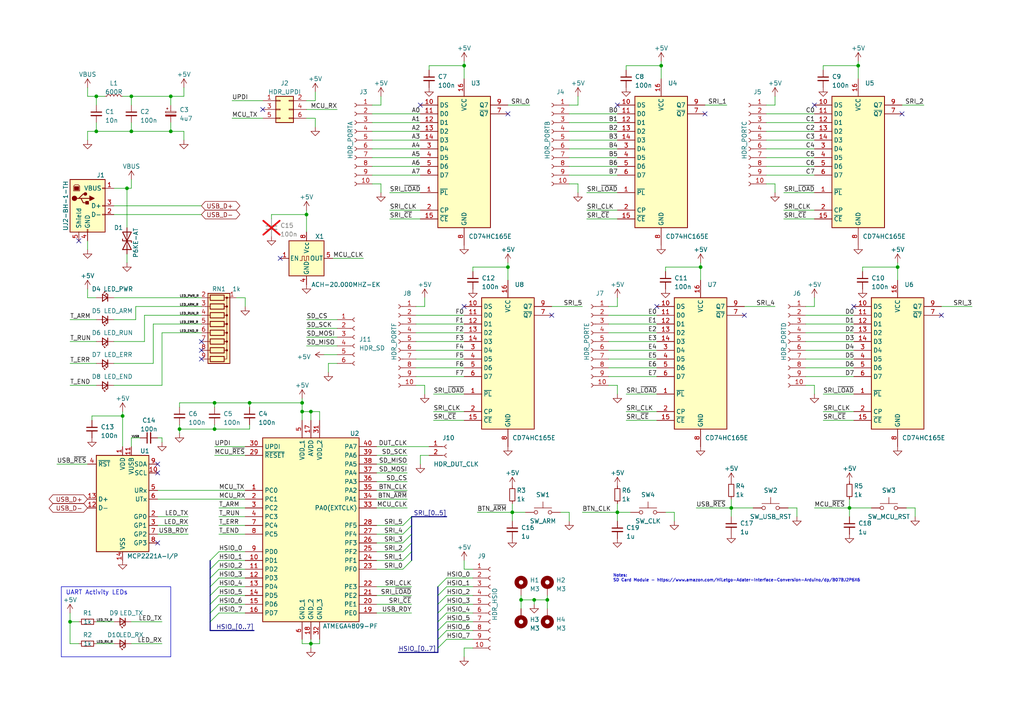
<source format=kicad_sch>
(kicad_sch (version 20230121) (generator eeschema)
  (paper "A4")
  (title_block (title "Circuit Tap - Low Speed Digital Circuit Sampler") (date "2023-05-27") (rev "0") (company "Microcode.io"))
  (junction (at 154.94 173.99))
  (junction (at 148.59 148.59))
  (junction (at 87.63 119.38))
  (junction (at 49.53 27.94))
  (junction (at 260.35 77.47))
  (junction (at 147.32 77.47))
  (junction (at 36.83 54.61))
  (junction (at 203.2 77.47))
  (junction (at 20.32 180.34))
  (junction (at 179.07 148.59))
  (junction (at 90.17 119.38))
  (junction (at 151.13 173.99))
  (junction (at 248.92 19.05))
  (junction (at 27.94 38.1))
  (junction (at 134.62 19.05))
  (junction (at 38.1 27.94))
  (junction (at 90.17 186.69))
  (junction (at 158.75 173.99))
  (junction (at 38.1 38.1))
  (junction (at 246.38 147.32))
  (junction (at 87.63 116.84))
  (junction (at 72.39 116.84))
  (junction (at 27.94 27.94))
  (junction (at 52.07 124.46))
  (junction (at 212.09 147.32))
  (junction (at 62.23 116.84))
  (junction (at 191.77 19.05))
  (junction (at 88.9 62.23))
  (junction (at 49.53 38.1))
  (junction (at 35.56 120.65))
  (junction (at 62.23 124.46))
  (no_connect (at 45.72 134.62))
  (no_connect (at 147.32 33.02))
  (no_connect (at 160.02 91.44))
  (no_connect (at 261.62 33.02))
  (no_connect (at 76.2 31.75))
  (no_connect (at 58.42 99.06))
  (no_connect (at 58.42 104.14))
  (no_connect (at 273.05 91.44))
  (no_connect (at 190.5 88.9))
  (no_connect (at 236.22 30.48))
  (no_connect (at 215.9 91.44))
  (no_connect (at 134.62 88.9))
  (no_connect (at 22.86 69.85))
  (no_connect (at 121.92 30.48))
  (no_connect (at 45.72 137.16))
  (no_connect (at 58.42 101.6))
  (no_connect (at 81.28 74.93))
  (no_connect (at 204.47 33.02))
  (no_connect (at 45.72 157.48))
  (no_connect (at 179.07 30.48))
  (no_connect (at 247.65 88.9))
  (bus_entry (at 63.5 160.02) (size -2.54 2.54))
  (bus_entry (at 63.5 170.18) (size -2.54 2.54))
  (bus_entry (at 116.84 162.56) (size 2.54 -2.54))
  (bus_entry (at 63.5 165.1) (size -2.54 2.54))
  (bus_entry (at 116.84 152.4) (size 2.54 -2.54))
  (bus_entry (at 129.54 167.64) (size -2.54 2.54))
  (bus_entry (at 63.5 167.64) (size -2.54 2.54))
  (bus_entry (at 129.54 182.88) (size -2.54 2.54))
  (bus_entry (at 129.54 177.8) (size -2.54 2.54))
  (bus_entry (at 116.84 160.02) (size 2.54 -2.54))
  (bus_entry (at 129.54 172.72) (size -2.54 2.54))
  (bus_entry (at 63.5 175.26) (size -2.54 2.54))
  (bus_entry (at 63.5 162.56) (size -2.54 2.54))
  (bus_entry (at 116.84 154.94) (size 2.54 -2.54))
  (bus_entry (at 116.84 165.1) (size 2.54 -2.54))
  (bus_entry (at 129.54 175.26) (size -2.54 2.54))
  (bus_entry (at 129.54 180.34) (size -2.54 2.54))
  (bus_entry (at 129.54 185.42) (size -2.54 2.54))
  (bus_entry (at 63.5 177.8) (size -2.54 2.54))
  (bus_entry (at 129.54 170.18) (size -2.54 2.54))
  (bus_entry (at 116.84 157.48) (size 2.54 -2.54))
  (bus_entry (at 63.5 172.72) (size -2.54 2.54))
  (wire (pts (xy 27.94 86.36) (xy 25.4 86.36)))
  (wire (pts (xy 137.16 165.1) (xy 134.62 165.1)))
  (wire (pts (xy 63.5 162.56) (xy 71.12 162.56)))
  (wire (pts (xy 16.51 134.62) (xy 25.4 134.62)))
  (wire (pts (xy 27.94 186.69) (xy 33.02 186.69)))
  (bus (pts (xy 119.38 149.86) (xy 129.54 149.86)))
  (wire (pts (xy 53.34 27.94) (xy 53.34 25.4)))
  (wire (pts (xy 52.07 124.46) (xy 52.07 123.19)))
  (wire (pts (xy 33.02 62.23) (xy 58.42 62.23)))
  (wire (pts (xy 38.1 180.34) (xy 46.99 180.34)))
  (wire (pts (xy 179.07 148.59) (xy 182.88 148.59)))
  (wire (pts (xy 63.5 152.4) (xy 71.12 152.4)))
  (wire (pts (xy 38.1 27.94) (xy 49.53 27.94)))
  (wire (pts (xy 62.23 132.08) (xy 71.12 132.08)))
  (wire (pts (xy 233.68 111.76) (xy 236.22 111.76)))
  (wire (pts (xy 193.04 78.74) (xy 193.04 77.47)))
  (wire (pts (xy 147.32 76.2) (xy 147.32 77.47)))
  (wire (pts (xy 129.54 182.88) (xy 137.16 182.88)))
  (wire (pts (xy 87.63 116.84) (xy 87.63 119.38)))
  (wire (pts (xy 63.5 172.72) (xy 71.12 172.72)))
  (wire (pts (xy 238.76 119.38) (xy 247.65 119.38)))
  (wire (pts (xy 179.07 111.76) (xy 179.07 114.3)))
  (wire (pts (xy 27.94 38.1) (xy 38.1 38.1)))
  (wire (pts (xy 176.53 93.98) (xy 190.5 93.98)))
  (wire (pts (xy 179.07 146.05) (xy 179.07 148.59)))
  (wire (pts (xy 20.32 99.06) (xy 27.94 99.06)))
  (wire (pts (xy 33.02 111.76) (xy 46.99 111.76)))
  (wire (pts (xy 109.22 162.56) (xy 116.84 162.56)))
  (wire (pts (xy 72.39 116.84) (xy 72.39 118.11)))
  (wire (pts (xy 120.65 111.76) (xy 123.19 111.76)))
  (wire (pts (xy 195.58 148.59) (xy 195.58 151.13)))
  (wire (pts (xy 236.22 147.32) (xy 246.38 147.32)))
  (wire (pts (xy 138.43 148.59) (xy 148.59 148.59)))
  (wire (pts (xy 227.33 55.88) (xy 236.22 55.88)))
  (wire (pts (xy 170.18 55.88) (xy 179.07 55.88)))
  (bus (pts (xy 127 177.8) (xy 127 180.34)))
  (wire (pts (xy 52.07 116.84) (xy 62.23 116.84)))
  (bus (pts (xy 60.96 172.72) (xy 60.96 175.26)))
  (wire (pts (xy 125.73 121.92) (xy 134.62 121.92)))
  (wire (pts (xy 260.35 76.2) (xy 260.35 77.47)))
  (wire (pts (xy 109.22 147.32) (xy 118.11 147.32)))
  (wire (pts (xy 33.02 86.36) (xy 58.42 86.36)))
  (polyline (pts (xy 17.78 170.18) (xy 17.78 190.5)))
  (wire (pts (xy 67.31 34.29) (xy 76.2 34.29)))
  (wire (pts (xy 88.9 31.75) (xy 97.79 31.75)))
  (bus (pts (xy 60.96 177.8) (xy 60.96 180.34)))
  (wire (pts (xy 176.53 91.44) (xy 190.5 91.44)))
  (wire (pts (xy 165.1 38.1) (xy 179.07 38.1)))
  (wire (pts (xy 165.1 43.18) (xy 179.07 43.18)))
  (wire (pts (xy 154.94 173.99) (xy 158.75 173.99)))
  (wire (pts (xy 27.94 27.94) (xy 27.94 30.48)))
  (bus (pts (xy 60.96 175.26) (xy 60.96 177.8)))
  (wire (pts (xy 52.07 118.11) (xy 52.07 116.84)))
  (wire (pts (xy 120.65 109.22) (xy 134.62 109.22)))
  (wire (pts (xy 38.1 38.1) (xy 49.53 38.1)))
  (wire (pts (xy 236.22 111.76) (xy 236.22 114.3)))
  (wire (pts (xy 215.9 88.9) (xy 224.79 88.9)))
  (wire (pts (xy 107.95 40.64) (xy 121.92 40.64)))
  (bus (pts (xy 127 170.18) (xy 127 172.72)))
  (wire (pts (xy 137.16 187.96) (xy 134.62 187.96)))
  (wire (pts (xy 38.1 52.07) (xy 38.1 54.61)))
  (wire (pts (xy 176.53 99.06) (xy 190.5 99.06)))
  (wire (pts (xy 222.25 48.26) (xy 236.22 48.26)))
  (wire (pts (xy 151.13 172.72) (xy 151.13 173.99)))
  (wire (pts (xy 165.1 40.64) (xy 179.07 40.64)))
  (wire (pts (xy 88.9 95.25) (xy 97.79 95.25)))
  (wire (pts (xy 35.56 27.94) (xy 38.1 27.94)))
  (wire (pts (xy 33.02 54.61) (xy 36.83 54.61)))
  (wire (pts (xy 246.38 144.78) (xy 246.38 147.32)))
  (wire (pts (xy 63.5 149.86) (xy 71.12 149.86)))
  (wire (pts (xy 25.4 27.94) (xy 27.94 27.94)))
  (wire (pts (xy 33.02 59.69) (xy 58.42 59.69)))
  (wire (pts (xy 33.02 92.71) (xy 39.37 92.71)))
  (wire (pts (xy 44.45 93.98) (xy 58.42 93.98)))
  (wire (pts (xy 63.5 175.26) (xy 71.12 175.26)))
  (wire (pts (xy 265.43 147.32) (xy 265.43 149.86)))
  (wire (pts (xy 71.12 86.36) (xy 71.12 88.9)))
  (wire (pts (xy 33.02 99.06) (xy 41.91 99.06)))
  (wire (pts (xy 26.67 121.92) (xy 26.67 120.65)))
  (wire (pts (xy 35.56 120.65) (xy 35.56 129.54)))
  (wire (pts (xy 176.53 101.6) (xy 190.5 101.6)))
  (wire (pts (xy 165.1 35.56) (xy 179.07 35.56)))
  (wire (pts (xy 22.86 186.69) (xy 20.32 186.69)))
  (wire (pts (xy 20.32 177.8) (xy 20.32 180.34)))
  (wire (pts (xy 90.17 119.38) (xy 87.63 119.38)))
  (wire (pts (xy 238.76 20.32) (xy 238.76 19.05)))
  (wire (pts (xy 67.31 29.21) (xy 76.2 29.21)))
  (wire (pts (xy 36.83 73.66) (xy 36.83 76.2)))
  (wire (pts (xy 107.95 30.48) (xy 110.49 30.48)))
  (wire (pts (xy 92.71 121.92) (xy 92.71 119.38)))
  (wire (pts (xy 179.07 148.59) (xy 179.07 151.13)))
  (wire (pts (xy 233.68 96.52) (xy 247.65 96.52)))
  (wire (pts (xy 25.4 83.82) (xy 25.4 86.36)))
  (wire (pts (xy 191.77 17.78) (xy 191.77 19.05)))
  (wire (pts (xy 62.23 123.19) (xy 62.23 124.46)))
  (wire (pts (xy 181.61 20.32) (xy 181.61 19.05)))
  (bus (pts (xy 60.96 165.1) (xy 60.96 167.64)))
  (wire (pts (xy 191.77 19.05) (xy 191.77 22.86)))
  (wire (pts (xy 35.56 119.38) (xy 35.56 120.65)))
  (wire (pts (xy 134.62 162.56) (xy 134.62 165.1)))
  (wire (pts (xy 109.22 160.02) (xy 116.84 160.02)))
  (wire (pts (xy 62.23 116.84) (xy 72.39 116.84)))
  (wire (pts (xy 62.23 116.84) (xy 62.23 118.11)))
  (wire (pts (xy 109.22 139.7) (xy 118.11 139.7)))
  (wire (pts (xy 222.25 35.56) (xy 236.22 35.56)))
  (wire (pts (xy 25.4 69.85) (xy 25.4 72.39)))
  (wire (pts (xy 176.53 109.22) (xy 190.5 109.22)))
  (wire (pts (xy 120.65 104.14) (xy 134.62 104.14)))
  (wire (pts (xy 38.1 129.54) (xy 38.1 127)))
  (wire (pts (xy 154.94 175.26) (xy 154.94 173.99)))
  (wire (pts (xy 250.19 77.47) (xy 260.35 77.47)))
  (wire (pts (xy 238.76 121.92) (xy 247.65 121.92)))
  (wire (pts (xy 87.63 185.42) (xy 87.63 186.69)))
  (wire (pts (xy 49.53 27.94) (xy 49.53 30.48)))
  (wire (pts (xy 63.5 160.02) (xy 71.12 160.02)))
  (wire (pts (xy 45.72 152.4) (xy 54.61 152.4)))
  (wire (pts (xy 129.54 180.34) (xy 137.16 180.34)))
  (wire (pts (xy 165.1 33.02) (xy 179.07 33.02)))
  (wire (pts (xy 107.95 33.02) (xy 121.92 33.02)))
  (bus (pts (xy 119.38 160.02) (xy 119.38 157.48)))
  (wire (pts (xy 201.93 147.32) (xy 212.09 147.32)))
  (wire (pts (xy 176.53 104.14) (xy 190.5 104.14)))
  (wire (pts (xy 181.61 19.05) (xy 191.77 19.05)))
  (wire (pts (xy 53.34 38.1) (xy 53.34 40.64)))
  (wire (pts (xy 222.25 33.02) (xy 236.22 33.02)))
  (polyline (pts (xy 17.78 170.18) (xy 49.53 170.18)))
  (wire (pts (xy 148.59 148.59) (xy 148.59 151.13)))
  (bus (pts (xy 60.96 170.18) (xy 60.96 172.72)))
  (bus (pts (xy 60.96 162.56) (xy 60.96 165.1)))
  (wire (pts (xy 38.1 127) (xy 40.64 127)))
  (wire (pts (xy 88.9 92.71) (xy 97.79 92.71)))
  (wire (pts (xy 109.22 142.24) (xy 118.11 142.24)))
  (wire (pts (xy 45.72 149.86) (xy 54.61 149.86)))
  (bus (pts (xy 60.96 167.64) (xy 60.96 170.18)))
  (wire (pts (xy 176.53 106.68) (xy 190.5 106.68)))
  (wire (pts (xy 165.1 30.48) (xy 167.64 30.48)))
  (wire (pts (xy 62.23 129.54) (xy 71.12 129.54)))
  (wire (pts (xy 109.22 157.48) (xy 116.84 157.48)))
  (wire (pts (xy 26.67 120.65) (xy 35.56 120.65)))
  (wire (pts (xy 233.68 104.14) (xy 247.65 104.14)))
  (wire (pts (xy 167.64 53.34) (xy 167.64 55.88)))
  (wire (pts (xy 238.76 19.05) (xy 248.92 19.05)))
  (wire (pts (xy 233.68 91.44) (xy 247.65 91.44)))
  (wire (pts (xy 72.39 123.19) (xy 72.39 124.46)))
  (wire (pts (xy 233.68 93.98) (xy 247.65 93.98)))
  (wire (pts (xy 107.95 43.18) (xy 121.92 43.18)))
  (wire (pts (xy 120.65 96.52) (xy 134.62 96.52)))
  (wire (pts (xy 162.56 148.59) (xy 165.1 148.59)))
  (wire (pts (xy 90.17 121.92) (xy 90.17 119.38)))
  (wire (pts (xy 46.99 96.52) (xy 46.99 111.76)))
  (wire (pts (xy 109.22 144.78) (xy 118.11 144.78)))
  (wire (pts (xy 222.25 50.8) (xy 236.22 50.8)))
  (wire (pts (xy 151.13 173.99) (xy 151.13 176.53)))
  (wire (pts (xy 129.54 167.64) (xy 137.16 167.64)))
  (wire (pts (xy 109.22 134.62) (xy 118.11 134.62)))
  (wire (pts (xy 233.68 106.68) (xy 247.65 106.68)))
  (wire (pts (xy 120.65 91.44) (xy 134.62 91.44)))
  (wire (pts (xy 90.17 186.69) (xy 92.71 186.69)))
  (wire (pts (xy 233.68 101.6) (xy 247.65 101.6)))
  (wire (pts (xy 165.1 48.26) (xy 179.07 48.26)))
  (wire (pts (xy 204.47 30.48) (xy 210.82 30.48)))
  (wire (pts (xy 63.5 165.1) (xy 71.12 165.1)))
  (wire (pts (xy 222.25 40.64) (xy 236.22 40.64)))
  (wire (pts (xy 129.54 177.8) (xy 137.16 177.8)))
  (wire (pts (xy 91.44 34.29) (xy 91.44 36.83)))
  (wire (pts (xy 120.65 99.06) (xy 134.62 99.06)))
  (wire (pts (xy 20.32 111.76) (xy 27.94 111.76)))
  (wire (pts (xy 248.92 17.78) (xy 248.92 19.05)))
  (wire (pts (xy 124.46 132.08) (xy 121.92 132.08)))
  (bus (pts (xy 127 175.26) (xy 127 177.8)))
  (wire (pts (xy 222.25 53.34) (xy 224.79 53.34)))
  (wire (pts (xy 165.1 148.59) (xy 165.1 151.13)))
  (wire (pts (xy 227.33 60.96) (xy 236.22 60.96)))
  (wire (pts (xy 246.38 147.32) (xy 246.38 149.86)))
  (wire (pts (xy 224.79 27.94) (xy 224.79 30.48)))
  (wire (pts (xy 181.61 121.92) (xy 190.5 121.92)))
  (bus (pts (xy 119.38 154.94) (xy 119.38 152.4)))
  (wire (pts (xy 46.99 127) (xy 46.99 128.27)))
  (wire (pts (xy 124.46 19.05) (xy 134.62 19.05)))
  (wire (pts (xy 63.5 167.64) (xy 71.12 167.64)))
  (wire (pts (xy 78.74 62.23) (xy 88.9 62.23)))
  (wire (pts (xy 49.53 38.1) (xy 53.34 38.1)))
  (wire (pts (xy 39.37 88.9) (xy 58.42 88.9)))
  (wire (pts (xy 109.22 154.94) (xy 116.84 154.94)))
  (wire (pts (xy 68.58 86.36) (xy 71.12 86.36)))
  (polyline (pts (xy 17.78 190.5) (xy 49.53 190.5)))
  (wire (pts (xy 113.03 55.88) (xy 121.92 55.88)))
  (wire (pts (xy 109.22 175.26) (xy 119.38 175.26)))
  (wire (pts (xy 41.91 91.44) (xy 41.91 99.06)))
  (wire (pts (xy 113.03 63.5) (xy 121.92 63.5)))
  (wire (pts (xy 88.9 62.23) (xy 88.9 67.31)))
  (wire (pts (xy 109.22 132.08) (xy 118.11 132.08)))
  (wire (pts (xy 20.32 180.34) (xy 20.32 186.69)))
  (wire (pts (xy 78.74 63.5) (xy 78.74 62.23)))
  (wire (pts (xy 88.9 29.21) (xy 91.44 29.21)))
  (wire (pts (xy 212.09 144.78) (xy 212.09 147.32)))
  (wire (pts (xy 147.32 30.48) (xy 153.67 30.48)))
  (wire (pts (xy 250.19 78.74) (xy 250.19 77.47)))
  (wire (pts (xy 170.18 63.5) (xy 179.07 63.5)))
  (wire (pts (xy 88.9 100.33) (xy 97.79 100.33)))
  (wire (pts (xy 165.1 45.72) (xy 179.07 45.72)))
  (wire (pts (xy 227.33 63.5) (xy 236.22 63.5)))
  (wire (pts (xy 120.65 93.98) (xy 134.62 93.98)))
  (wire (pts (xy 52.07 124.46) (xy 52.07 125.73)))
  (wire (pts (xy 129.54 170.18) (xy 137.16 170.18)))
  (wire (pts (xy 123.19 111.76) (xy 123.19 114.3)))
  (wire (pts (xy 87.63 119.38) (xy 87.63 121.92)))
  (wire (pts (xy 107.95 48.26) (xy 121.92 48.26)))
  (bus (pts (xy 127 185.42) (xy 127 187.96)))
  (polyline (pts (xy 49.53 190.5) (xy 49.53 170.18)))
  (wire (pts (xy 33.02 105.41) (xy 44.45 105.41)))
  (wire (pts (xy 91.44 26.67) (xy 91.44 29.21)))
  (wire (pts (xy 224.79 53.34) (xy 224.79 55.88)))
  (wire (pts (xy 151.13 173.99) (xy 154.94 173.99)))
  (wire (pts (xy 25.4 25.4) (xy 25.4 27.94)))
  (wire (pts (xy 167.64 27.94) (xy 167.64 30.48)))
  (wire (pts (xy 233.68 109.22) (xy 247.65 109.22)))
  (wire (pts (xy 93.98 102.87) (xy 97.79 102.87)))
  (wire (pts (xy 212.09 147.32) (xy 212.09 149.86)))
  (bus (pts (xy 119.38 162.56) (xy 119.38 160.02)))
  (wire (pts (xy 212.09 147.32) (xy 218.44 147.32)))
  (wire (pts (xy 92.71 119.38) (xy 90.17 119.38)))
  (wire (pts (xy 72.39 116.84) (xy 87.63 116.84)))
  (wire (pts (xy 233.68 88.9) (xy 236.22 88.9)))
  (wire (pts (xy 262.89 147.32) (xy 265.43 147.32)))
  (wire (pts (xy 88.9 34.29) (xy 91.44 34.29)))
  (wire (pts (xy 193.04 77.47) (xy 203.2 77.47)))
  (wire (pts (xy 109.22 129.54) (xy 124.46 129.54)))
  (wire (pts (xy 181.61 114.3) (xy 190.5 114.3)))
  (wire (pts (xy 109.22 152.4) (xy 116.84 152.4)))
  (wire (pts (xy 41.91 91.44) (xy 58.42 91.44)))
  (wire (pts (xy 109.22 177.8) (xy 119.38 177.8)))
  (wire (pts (xy 25.4 38.1) (xy 27.94 38.1)))
  (wire (pts (xy 203.2 77.47) (xy 203.2 81.28)))
  (bus (pts (xy 119.38 157.48) (xy 119.38 154.94)))
  (wire (pts (xy 158.75 173.99) (xy 158.75 176.53)))
  (wire (pts (xy 147.32 77.47) (xy 147.32 81.28)))
  (wire (pts (xy 46.99 96.52) (xy 58.42 96.52)))
  (wire (pts (xy 236.22 86.36) (xy 236.22 88.9)))
  (wire (pts (xy 134.62 187.96) (xy 134.62 190.5)))
  (wire (pts (xy 36.83 54.61) (xy 36.83 66.04)))
  (wire (pts (xy 110.49 53.34) (xy 110.49 55.88)))
  (wire (pts (xy 158.75 172.72) (xy 158.75 173.99)))
  (wire (pts (xy 148.59 148.59) (xy 152.4 148.59)))
  (wire (pts (xy 203.2 76.2) (xy 203.2 77.47)))
  (wire (pts (xy 87.63 115.57) (xy 87.63 116.84)))
  (wire (pts (xy 45.72 142.24) (xy 71.12 142.24)))
  (wire (pts (xy 44.45 93.98) (xy 44.45 105.41)))
  (wire (pts (xy 248.92 19.05) (xy 248.92 22.86)))
  (wire (pts (xy 129.54 175.26) (xy 137.16 175.26)))
  (wire (pts (xy 113.03 60.96) (xy 121.92 60.96)))
  (wire (pts (xy 165.1 50.8) (xy 179.07 50.8)))
  (wire (pts (xy 120.65 106.68) (xy 134.62 106.68)))
  (wire (pts (xy 38.1 186.69) (xy 46.99 186.69)))
  (wire (pts (xy 148.59 146.05) (xy 148.59 148.59)))
  (wire (pts (xy 193.04 148.59) (xy 195.58 148.59)))
  (wire (pts (xy 246.38 147.32) (xy 252.73 147.32)))
  (bus (pts (xy 115.57 189.23) (xy 127 189.23)))
  (wire (pts (xy 261.62 30.48) (xy 267.97 30.48)))
  (wire (pts (xy 20.32 180.34) (xy 22.86 180.34)))
  (wire (pts (xy 38.1 35.56) (xy 38.1 38.1)))
  (wire (pts (xy 90.17 185.42) (xy 90.17 186.69)))
  (wire (pts (xy 123.19 86.36) (xy 123.19 88.9)))
  (wire (pts (xy 129.54 185.42) (xy 137.16 185.42)))
  (wire (pts (xy 20.32 105.41) (xy 27.94 105.41)))
  (wire (pts (xy 137.16 78.74) (xy 137.16 77.47)))
  (wire (pts (xy 62.23 124.46) (xy 52.07 124.46)))
  (bus (pts (xy 127 182.88) (xy 127 185.42)))
  (wire (pts (xy 179.07 86.36) (xy 179.07 88.9)))
  (wire (pts (xy 63.5 154.94) (xy 71.12 154.94)))
  (wire (pts (xy 222.25 38.1) (xy 236.22 38.1)))
  (wire (pts (xy 107.95 35.56) (xy 121.92 35.56)))
  (wire (pts (xy 87.63 186.69) (xy 90.17 186.69)))
  (wire (pts (xy 137.16 77.47) (xy 147.32 77.47)))
  (bus (pts (xy 127 180.34) (xy 127 182.88)))
  (wire (pts (xy 260.35 77.47) (xy 260.35 81.28)))
  (wire (pts (xy 95.25 105.41) (xy 95.25 107.95)))
  (wire (pts (xy 63.5 147.32) (xy 71.12 147.32)))
  (wire (pts (xy 38.1 27.94) (xy 38.1 30.48)))
  (wire (pts (xy 181.61 119.38) (xy 190.5 119.38)))
  (bus (pts (xy 127 189.23) (xy 127 187.96)))
  (bus (pts (xy 60.96 180.34) (xy 60.96 182.88)))
  (wire (pts (xy 222.25 43.18) (xy 236.22 43.18)))
  (wire (pts (xy 176.53 96.52) (xy 190.5 96.52)))
  (wire (pts (xy 63.5 177.8) (xy 71.12 177.8)))
  (wire (pts (xy 107.95 45.72) (xy 121.92 45.72)))
  (wire (pts (xy 109.22 172.72) (xy 119.38 172.72)))
  (wire (pts (xy 134.62 17.78) (xy 134.62 19.05)))
  (wire (pts (xy 238.76 114.3) (xy 247.65 114.3)))
  (wire (pts (xy 170.18 60.96) (xy 179.07 60.96)))
  (wire (pts (xy 222.25 30.48) (xy 224.79 30.48)))
  (wire (pts (xy 107.95 38.1) (xy 121.92 38.1)))
  (wire (pts (xy 45.72 144.78) (xy 71.12 144.78)))
  (wire (pts (xy 36.83 54.61) (xy 38.1 54.61)))
  (wire (pts (xy 27.94 27.94) (xy 30.48 27.94)))
  (wire (pts (xy 168.91 148.59) (xy 179.07 148.59)))
  (wire (pts (xy 231.14 147.32) (xy 231.14 149.86)))
  (wire (pts (xy 160.02 88.9) (xy 168.91 88.9)))
  (wire (pts (xy 90.17 186.69) (xy 90.17 187.96)))
  (wire (pts (xy 49.53 27.94) (xy 53.34 27.94)))
  (wire (pts (xy 88.9 97.79) (xy 97.79 97.79)))
  (wire (pts (xy 129.54 172.72) (xy 137.16 172.72)))
  (wire (pts (xy 63.5 170.18) (xy 71.12 170.18)))
  (bus (pts (xy 119.38 152.4) (xy 119.38 149.86)))
  (bus (pts (xy 127 172.72) (xy 127 175.26)))
  (wire (pts (xy 92.71 186.69) (xy 92.71 185.42)))
  (wire (pts (xy 120.65 88.9) (xy 123.19 88.9)))
  (wire (pts (xy 176.53 111.76) (xy 179.07 111.76)))
  (bus (pts (xy 60.96 182.88) (xy 73.66 182.88)))
  (wire (pts (xy 27.94 35.56) (xy 27.94 38.1)))
  (wire (pts (xy 27.94 180.34) (xy 33.02 180.34)))
  (wire (pts (xy 121.92 132.08) (xy 121.92 134.62)))
  (wire (pts (xy 120.65 101.6) (xy 134.62 101.6)))
  (wire (pts (xy 233.68 99.06) (xy 247.65 99.06)))
  (wire (pts (xy 124.46 20.32) (xy 124.46 19.05)))
  (wire (pts (xy 222.25 45.72) (xy 236.22 45.72)))
  (wire (pts (xy 273.05 88.9) (xy 281.94 88.9)))
  (wire (pts (xy 125.73 114.3) (xy 134.62 114.3)))
  (wire (pts (xy 39.37 92.71) (xy 39.37 88.9)))
  (wire (pts (xy 96.52 74.93) (xy 105.41 74.93)))
  (wire (pts (xy 45.72 154.94) (xy 54.61 154.94)))
  (wire (pts (xy 165.1 53.34) (xy 167.64 53.34)))
  (wire (pts (xy 107.95 53.34) (xy 110.49 53.34)))
  (wire (pts (xy 228.6 147.32) (xy 231.14 147.32)))
  (wire (pts (xy 88.9 60.96) (xy 88.9 62.23)))
  (wire (pts (xy 49.53 35.56) (xy 49.53 38.1)))
  (wire (pts (xy 107.95 50.8) (xy 121.92 50.8)))
  (wire (pts (xy 45.72 127) (xy 46.99 127)))
  (wire (pts (xy 109.22 170.18) (xy 119.38 170.18)))
  (wire (pts (xy 20.32 92.71) (xy 27.94 92.71)))
  (wire (pts (xy 109.22 137.16) (xy 118.11 137.16)))
  (wire (pts (xy 176.53 88.9) (xy 179.07 88.9)))
  (wire (pts (xy 25.4 40.64) (xy 25.4 38.1)))
  (wire (pts (xy 134.62 19.05) (xy 134.62 22.86)))
  (wire (pts (xy 109.22 165.1) (xy 116.84 165.1)))
  (wire (pts (xy 97.79 105.41) (xy 95.25 105.41)))
  (wire (pts (xy 125.73 119.38) (xy 134.62 119.38)))
  (wire (pts (xy 72.39 124.46) (xy 62.23 124.46)))
  (wire (pts (xy 110.49 27.94) (xy 110.49 30.48)))
  (text "Notes:\nSD Card Module - https://www.amazon.com/HiLetgo-Adater-Interface-Conversion-Arduino/dp/B07BJ2P6X6" (at 177.8 168.91 0) (effects (font (size 0.85 0.85)) (justify left bottom)))
  (text "UART Activity LEDs" (at 19.05 172.72 0) (effects (font (size 1.27 1.27)) (justify left bottom)))
  (label "E6" (at 187.96 106.68 0))
  (label "D7" (at 245.11 109.22 0))
  (label "SRI_CLK" (at 227.33 60.96 0))
  (label "HSIO_4" (at 129.54 177.8 0))
  (label "F2" (at 132.08 96.52 0))
  (label "D2" (at 245.11 96.52 0))
  (label "E1" (at 187.96 93.98 0))
  (label "UPDI" (at 67.31 29.21 0))
  (label "MCU_RX" (at 63.5 144.78 0))
  (label "MCU_~{RES}" (at 236.22 147.32 0))
  (label "SRI_0" (at 153.67 30.48 180))
  (label "HSIO_3" (at 63.5 167.64 0))
  (label "LED_PWR_R" (at 52.07 86.36 0) (effects (font (size 0.65 0.65))))
  (label "HSIO_6" (at 129.54 182.88 0))
  (label "HSIO_2" (at 129.54 172.72 0))
  (label "HSIO_2" (at 63.5 165.1 0))
  (label "T_ARM" (at 20.32 92.71 0))
  (label "SRI_CLK" (at 170.18 60.96 0))
  (label "F0" (at 132.08 91.44 0))
  (label "F7" (at 132.08 109.22 0))
  (label "MCU_RX" (at 97.79 31.75 180))
  (label "SRI_2" (at 267.97 30.48 180))
  (label "SRI_~{CE}" (at 227.33 63.5 0))
  (label "C6" (at 233.68 48.26 0))
  (label "SRI_~{LOAD}" (at 170.18 55.88 0))
  (label "BTN_CLK" (at 168.91 148.59 0))
  (label "BTN_~{ARM}" (at 118.11 144.78 180))
  (label "A1" (at 119.38 35.56 0))
  (label "T_ERR" (at 63.5 152.4 0))
  (label "D6" (at 245.11 106.68 0))
  (label "LED_ERR_R" (at 52.07 93.98 0) (effects (font (size 0.65 0.65))))
  (label "F1" (at 132.08 93.98 0))
  (label "A5" (at 119.38 45.72 0))
  (label "BTN_~{ARM}" (at 138.43 148.59 0))
  (label "D1" (at 245.11 93.98 0))
  (label "LED_RUN_R" (at 52.07 91.44 0) (effects (font (size 0.65 0.65))))
  (label "A6" (at 119.38 48.26 0))
  (label "HSIO_5" (at 63.5 172.72 0))
  (label "E4" (at 187.96 101.6 0))
  (label "HSIO_1" (at 129.54 170.18 0))
  (label "B3" (at 176.53 40.64 0))
  (label "SD_MOSI" (at 88.9 97.79 0))
  (label "SD_MOSI" (at 118.11 137.16 180))
  (label "LED_TX_R" (at 27.94 180.34 0) (effects (font (size 0.65 0.65))))
  (label "B2" (at 176.53 38.1 0))
  (label "SRI_~{LOAD}" (at 227.33 55.88 0))
  (label "C0" (at 233.68 33.02 0))
  (label "SRI_CLK" (at 113.03 60.96 0))
  (label "T_ARM" (at 63.5 147.32 0))
  (label "DUT_CLK" (at 118.11 129.54 180))
  (label "HSIO_[0..7]" (at 73.66 182.88 180))
  (label "SRI_1" (at 210.82 30.48 180))
  (label "SRI_~{LOAD}" (at 113.03 55.88 0))
  (label "F6" (at 132.08 106.68 0))
  (label "E0" (at 187.96 91.44 0))
  (label "HSIO_7" (at 129.54 185.42 0))
  (label "LED_TX" (at 54.61 149.86 180))
  (label "A0" (at 119.38 33.02 0))
  (label "LED_RX_R" (at 27.94 186.69 0) (effects (font (size 0.65 0.65))))
  (label "USB_RDY" (at 119.38 177.8 180))
  (label "SD_CS" (at 118.11 139.7 180))
  (label "D5" (at 245.11 104.14 0))
  (label "HSIO_7" (at 63.5 177.8 0))
  (label "SRI_~{LOAD}" (at 181.61 114.3 0))
  (label "SRI_~{CE}" (at 170.18 63.5 0))
  (label "C3" (at 233.68 40.64 0))
  (label "SRI_3" (at 116.84 157.48 180))
  (label "HSIO_3" (at 129.54 175.26 0))
  (label "MCU_TX" (at 63.5 142.24 0))
  (label "MCU_TX" (at 67.31 34.29 0))
  (label "LED_TX" (at 46.99 180.34 180))
  (label "A3" (at 119.38 40.64 0))
  (label "SRI_CLK" (at 238.76 119.38 0))
  (label "SRI_CLK" (at 181.61 119.38 0))
  (label "T_RUN" (at 63.5 149.86 0))
  (label "SD_SCK" (at 88.9 95.25 0))
  (label "SRI_0" (at 116.84 165.1 180))
  (label "UPDI" (at 62.23 129.54 0))
  (label "HSIO_1" (at 63.5 162.56 0))
  (label "T_RUN" (at 20.32 99.06 0))
  (label "B4" (at 176.53 43.18 0))
  (label "SD_CS" (at 88.9 92.71 0))
  (label "SRI_3" (at 281.94 88.9 180))
  (label "HSIO_0" (at 129.54 167.64 0))
  (label "B5" (at 176.53 45.72 0))
  (label "HSIO_[0..7]" (at 115.57 189.23 0))
  (label "SRI_CLK" (at 125.73 119.38 0))
  (label "SD_MISO" (at 118.11 134.62 180))
  (label "LED_END_R" (at 52.07 96.52 0) (effects (font (size 0.65 0.65))))
  (label "E7" (at 187.96 109.22 0))
  (label "SRI_5" (at 116.84 152.4 180))
  (label "MCU_~{RES}" (at 62.23 132.08 0))
  (label "C7" (at 233.68 50.8 0))
  (label "E3" (at 187.96 99.06 0))
  (label "D4" (at 245.11 101.6 0))
  (label "HSIO_6" (at 63.5 175.26 0))
  (label "E5" (at 187.96 104.14 0))
  (label "SD_MISO" (at 88.9 100.33 0))
  (label "SRI_~{CE}" (at 119.38 175.26 180))
  (label "C4" (at 233.68 43.18 0))
  (label "T_END" (at 20.32 111.76 0))
  (label "F5" (at 132.08 104.14 0))
  (label "A7" (at 119.38 50.8 0))
  (label "F3" (at 132.08 99.06 0))
  (label "MCU_CLK" (at 118.11 147.32 180))
  (label "A4" (at 119.38 43.18 0))
  (label "SRI_~{CE}" (at 238.76 121.92 0))
  (label "SRI_~{LOAD}" (at 125.73 114.3 0))
  (label "C2" (at 233.68 38.1 0))
  (label "B0" (at 176.53 33.02 0))
  (label "USB_~{RES}" (at 16.51 134.62 0))
  (label "D0" (at 245.11 91.44 0))
  (label "SRI_~{CE}" (at 113.03 63.5 0))
  (label "SRI_CLK" (at 119.38 170.18 180))
  (label "SRI_~{CE}" (at 181.61 121.92 0))
  (label "LED_RX" (at 54.61 152.4 180))
  (label "T_ERR" (at 20.32 105.41 0))
  (label "SRI_~{CE}" (at 125.73 121.92 0))
  (label "A2" (at 119.38 38.1 0))
  (label "E2" (at 187.96 96.52 0))
  (label "SRI_4" (at 116.84 154.94 180))
  (label "HSIO_5" (at 129.54 180.34 0))
  (label "SRI_5" (at 168.91 88.9 180))
  (label "SRI_1" (at 116.84 162.56 180))
  (label "D3" (at 245.11 99.06 0))
  (label "B7" (at 176.53 50.8 0))
  (label "C1" (at 233.68 35.56 0))
  (label "LED_RX" (at 46.99 186.69 180))
  (label "F4" (at 132.08 101.6 0))
  (label "B6" (at 176.53 48.26 0))
  (label "USB_RDY" (at 54.61 154.94 180))
  (label "HSIO_4" (at 63.5 170.18 0))
  (label "C5" (at 233.68 45.72 0))
  (label "SRI_4" (at 224.79 88.9 180))
  (label "BTN_CLK" (at 118.11 142.24 180))
  (label "MCU_CLK" (at 105.41 74.93 180))
  (label "VUSB" (at 38.1 127 0) (effects (font (size 0.55 0.55))))
  (label "SRI_~{LOAD}" (at 119.38 172.72 180))
  (label "SRI_2" (at 116.84 160.02 180))
  (label "B1" (at 176.53 35.56 0))
  (label "USB_~{RES}" (at 201.93 147.32 0))
  (label "SRI_[0..5]" (at 129.54 149.86 180))
  (label "LED_ARM_R" (at 52.07 88.9 0) (effects (font (size 0.65 0.65))))
  (label "T_END" (at 63.5 154.94 0))
  (label "SRI_~{LOAD}" (at 238.76 114.3 0))
  (label "SD_SCK" (at 118.11 132.08 180))
  (label "HSIO_0" (at 63.5 160.02 0))
  (global_label "USB_D-" (shape bidirectional) (at 58.42 62.23 0) (property "Intersheetrefs" "${INTERSHEET_REFS}" (effects hide)))
  (global_label "USB_D+" (shape bidirectional) (at 25.4 144.78 180) (property "Intersheetrefs" "${INTERSHEET_REFS}" (effects hide)))
  (global_label "USB_D-" (shape bidirectional) (at 25.4 147.32 180) (property "Intersheetrefs" "${INTERSHEET_REFS}" (effects hide)))
  (global_label "USB_D+" (shape bidirectional) (at 58.42 59.69 0) (property "Intersheetrefs" "${INTERSHEET_REFS}" (effects hide)))
  (symbol (lib_id "Connector:Conn_01x02_Socket") (at 129.54 129.54 0) (unit 1)
    (property "Reference" "J10" (at 128.27 127 0) (effects (justify left)))
    (property "Value" "HDR_DUT_CLK" (at 125.73 134.62 0) (effects (justify left)))
    (property "Footprint" "Connector_PinSocket_2.54mm:PinSocket_1x02_P2.54mm_Vertical" (effects hide))
    (property "Datasheet" "https://www.mouser.com/datasheet/2/571/Preci_Dip_01252017_cat_087-1214572.pdf" (effects hide))
    (property "Sim.Enable" "0" (effects hide))
    (property "Manufacturer" "Preci-dip" (effects hide))
    (property "Manufacturer Part" "801-87-002-10-001101" (effects hide))
    (property "Supplier" "Mouser" (effects hide))
    (property "Supplier Part" "437-8018700210001101" (effects hide))
  )
  (symbol (lib_id "power:GND") (at 165.1 151.13 0) (unit 1)
    (property "Reference" "#PWR056" (effects hide))
    (property "Value" "GND" (effects hide))
  )
  (symbol (lib_id "power:GND") (at 212.09 154.94 0) (unit 1)
    (property "Reference" "#PWR059" (effects hide))
    (property "Value" "GND" (effects hide))
  )
  (symbol (lib_id "power:GND") (at 90.17 187.96 0) (unit 1)
    (property "Reference" "#PWR012" (effects hide))
    (property "Value" "GND" (effects hide))
  )
  (symbol (lib_id "power:GND") (at 250.19 83.82 0) (unit 1)
    (property "Reference" "#PWR029" (effects hide))
    (property "Value" "GND" (effects hide))
  )
  (symbol (lib_id "Device:D_TVS") (at 36.83 69.85 90) (unit 1)
    (property "Reference" "D1" (at 33.02 66.04 90) (effects (justify right)))
    (property "Value" "P6KE-AT" (at 39.37 66.04 0) (effects (justify right)))
    (property "Footprint" "Diode_THT:D_DO-15_P3.81mm_Vertical_AnodeUp" (effects hide))
    (property "Datasheet" "https://www.mouser.com/datasheet/2/447/P6KE_AT_1-2141040.pdf" (effects hide))
    (property "Manufacturer" "YAGEO" (effects hide))
    (property "Manufacturer Part" "P6KE6.8CA-AT/B" (effects hide))
    (property "Supplier" "Mouser" (effects hide))
    (property "Supplier Part" "603-P6KE6.8CA-AT/B" (effects hide))
    (property "Sim.Enable" "0" (effects hide))
  )
  (symbol (lib_id "Switch:SW_Push") (at 187.96 148.59 0) (unit 1)
    (property "Reference" "SW4" (at 187.96 143.51 0))
    (property "Value" "SW_CLK" (at 187.96 151.13 0))
    (property "Footprint" "Button_Switch_THT:SW_PUSH_6mm" (effects hide))
    (property "Datasheet" "https://www.mouser.com/datasheet/2/670/ts02-2586188.pdf" (effects hide))
    (property "Manufacturer" "CUI Devices" (effects hide))
    (property "Manufacturer Part" "TS02-66-70-BK-260-LCR-D" (effects hide))
    (property "Supplier" "Mouser" (effects hide))
    (property "Supplier Part" "179-TS026670BK260LCR" (effects hide))
    (property "Sim.Enable" "0" (effects hide))
  )
  (symbol (lib_id "power:+5V") (at 236.22 86.36 0) (unit 1)
    (property "Reference" "#PWR030" (effects hide))
    (property "Value" "+5V" (at 236.22 82.55 0))
  )
  (symbol (lib_id "Connector:Conn_01x10_Socket") (at 228.6 99.06 0) (mirror y) (unit 1)
    (property "Reference" "J6" (at 231.14 85.09 0))
    (property "Value" "HDR_PORTD" (at 227.33 99.06 90))
    (property "Footprint" "Connector_PinSocket_2.54mm:PinSocket_1x10_P2.54mm_Vertical" (effects hide))
    (property "Datasheet" "https://www.mouser.com/datasheet/2/445/61301011821-3087372.pdf" (effects hide))
    (property "Sim.Enable" "0" (effects hide))
    (property "Manufacturer" "Wurth Elektronik" (effects hide))
    (property "Manufacturer Part" "61301011821" (effects hide))
    (property "Supplier" "Mouser" (effects hide))
    (property "Supplier Part" "710-61301011821" (effects hide))
  )
  (symbol (lib_id "power:GND") (at 123.19 114.3 0) (unit 1)
    (property "Reference" "#PWR041" (effects hide))
    (property "Value" "GND" (effects hide))
  )
  (symbol (lib_id "power:GND") (at 25.4 72.39 0) (unit 1)
    (property "Reference" "#PWR01" (effects hide))
    (property "Value" "GND" (effects hide))
  )
  (symbol (lib_id "Interface_USB:MCP2221AxP") (at 35.56 147.32 0) (unit 1)
    (property "Reference" "U1" (at 40.64 130.81 0) (effects (justify left)))
    (property "Value" "MCP2221A-I/P" (at 36.83 161.29 0) (effects (justify left)))
    (property "Footprint" "Package_DIP:DIP-14_W7.62mm" (effects hide))
    (property "Datasheet" "http://ww1.microchip.com/downloads/en/DeviceDoc/20005565B.pdf" (effects hide))
    (property "Manufacturer" "Microchip" (effects hide))
    (property "Manufacturer Part" "MCP2221A-I/P" (effects hide))
    (property "Supplier" "Mouser" (effects hide))
    (property "Supplier Part" "579-MCP2221A-I/P" (effects hide))
    (property "Sim.Enable" "0" (effects hide))
  )
  (symbol (lib_id "Device:LED_Small") (at 30.48 111.76 180) (unit 1)
    (property "Reference" "D8" (at 27.94 109.22 0))
    (property "Value" "LED_END" (at 34.29 109.22 0))
    (property "Footprint" "LED_THT:LED_D5.0mm" (effects hide))
    (property "Datasheet" "https://www.mouser.com/datasheet/2/216/WP7113ID-48891.pdf" (effects hide))
    (property "Manufacturer" "Kingbright" (effects hide))
    (property "Manufacturer Part" "WP7113GD" (effects hide))
    (property "Supplier" "Mouser" (effects hide))
    (property "Supplier Part" "604-WP7113GD" (effects hide))
    (property "Sim.Enable" "0" (effects hide))
  )
  (symbol (lib_id "Device:LED_Small") (at 30.48 92.71 180) (unit 1)
    (property "Reference" "D5" (at 27.94 90.17 0))
    (property "Value" "LED_ARM" (at 34.29 90.17 0))
    (property "Footprint" "LED_THT:LED_D5.0mm" (effects hide))
    (property "Datasheet" "https://www.mouser.com/datasheet/2/216/WP7113ID-48891.pdf" (effects hide))
    (property "Manufacturer" "Kingbright" (effects hide))
    (property "Manufacturer Part" "WP7113YT" (effects hide))
    (property "Supplier" "Mouser" (effects hide))
    (property "Supplier Part" "604-WP7113YT" (effects hide))
    (property "Sim.Enable" "0" (effects hide))
  )
  (symbol (lib_id "power:GND") (at 78.74 68.58 0) (unit 1)
    (property "Reference" "#PWR053" (effects hide))
    (property "Value" "GND" (effects hide))
  )
  (symbol (lib_id "power:+5V") (at 246.38 139.7 0) (mirror y) (unit 1)
    (property "Reference" "#PWR060" (effects hide))
    (property "Value" "+5V" (at 246.38 135.89 0))
  )
  (symbol (lib_id "Switch:SW_Push") (at 157.48 148.59 0) (unit 1)
    (property "Reference" "SW1" (at 157.48 143.51 0))
    (property "Value" "SW_ARM" (at 157.48 151.13 0))
    (property "Footprint" "Button_Switch_THT:SW_PUSH_6mm" (effects hide))
    (property "Datasheet" "https://www.mouser.com/datasheet/2/670/ts02-2586188.pdf" (effects hide))
    (property "Manufacturer" "CUI Devices" (effects hide))
    (property "Manufacturer Part" "TS02-66-70-BK-260-LCR-D" (effects hide))
    (property "Supplier" "Mouser" (effects hide))
    (property "Supplier Part" "179-TS026670BK260LCR" (effects hide))
    (property "Sim.Enable" "0" (effects hide))
  )
  (symbol (lib_id "Device:C_Small") (at 38.1 33.02 0) (unit 1)
    (property "Reference" "C2" (at 40.64 32.3913 0) (effects (justify left)))
    (property "Value" "100n" (at 40.64 34.9313 0) (effects (justify left)))
    (property "Footprint" "Capacitor_THT:C_Rect_L4.0mm_W2.5mm_P2.50mm" (effects hide))
    (property "Manufacturer" "Vishay" (effects hide))
    (property "Manufacturer Part" "K104K15X7RF5TL2" (effects hide))
    (property "Supplier Part" "594-K104K15X7RF5TL2" (effects hide))
    (property "Supplier" "Mouser" (effects hide))
    (property "Sim.Enable" "0" (effects hide))
  )
  (symbol (lib_id "power:GND") (at 181.61 25.4 0) (unit 1)
    (property "Reference" "#PWR019" (effects hide))
    (property "Value" "GND" (effects hide))
  )
  (symbol (lib_id "power:+5V") (at 53.34 25.4 0) (unit 1)
    (property "Reference" "#PWR03" (effects hide))
    (property "Value" "+5V" (at 53.34 21.59 0))
  )
  (symbol (lib_id "power:+5V") (at 25.4 83.82 0) (unit 1)
    (property "Reference" "#PWR044" (effects hide))
    (property "Value" "+5V" (at 25.4 80.01 0))
  )
  (symbol (lib_id "Device:C_Small") (at 148.59 153.67 0) (unit 1)
    (property "Reference" "C16" (at 151.13 153.0413 0) (effects (justify left)))
    (property "Value" "1u" (at 151.13 155.5813 0) (effects (justify left)))
    (property "Footprint" "Capacitor_THT:C_Rect_L4.6mm_W3.8mm_P2.50mm_MKS02_FKP02" (effects hide))
    (property "Datasheet" "https://product.tdk.com/system/files/dam/doc/product/capacitor/ceramic/lead-mlcc/catalog/leadmlcc_halogenfree_fg_en.pdf?ref_disty=mouser" (effects hide))
    (property "Manufacturer" "TDK" (effects hide))
    (property "Manufacturer Part" "FG18X7R1E105KRT00" (effects hide))
    (property "Supplier" "Mouser" (effects hide))
    (property "Supplier Part" "810-FG18X7R1E105KRT0" (effects hide))
    (property "Sim.Enable" "0" (effects hide))
  )
  (symbol (lib_id "power:GND") (at 36.83 76.2 0) (unit 1)
    (property "Reference" "#PWR07" (effects hide))
    (property "Value" "GND" (effects hide))
  )
  (symbol (lib_id "power:GND") (at 260.35 129.54 0) (unit 1)
    (property "Reference" "#PWR032" (effects hide))
    (property "Value" "GND" (effects hide))
  )
  (symbol (lib_id "power:+5V") (at 191.77 17.78 0) (unit 1)
    (property "Reference" "#PWR018" (effects hide))
    (property "Value" "+5V" (at 191.77 13.97 0))
  )
  (symbol (lib_id "power:+5V") (at 260.35 76.2 0) (unit 1)
    (property "Reference" "#PWR028" (effects hide))
    (property "Value" "+5V" (at 260.35 72.39 0))
  )
  (symbol (lib_id "Device:C_Small") (at 212.09 152.4 0) (unit 1)
    (property "Reference" "C17" (at 214.63 151.7713 0) (effects (justify left)))
    (property "Value" "1u" (at 214.63 154.3113 0) (effects (justify left)))
    (property "Footprint" "Capacitor_THT:C_Rect_L4.6mm_W3.8mm_P2.50mm_MKS02_FKP02" (effects hide))
    (property "Datasheet" "https://product.tdk.com/system/files/dam/doc/product/capacitor/ceramic/lead-mlcc/catalog/leadmlcc_halogenfree_fg_en.pdf?ref_disty=mouser" (effects hide))
    (property "Manufacturer" "TDK" (effects hide))
    (property "Manufacturer Part" "FG18X7R1E105KRT00" (effects hide))
    (property "Supplier" "Mouser" (effects hide))
    (property "Supplier Part" "810-FG18X7R1E105KRT0" (effects hide))
    (property "Sim.Enable" "0" (effects hide))
  )
  (symbol (lib_id "Mechanical:MountingHole_Pad") (at 158.75 170.18 0) (unit 1) (in_bom no)
    (property "Reference" "H2" (at 161.29 168.275 0) (effects (justify left)))
    (property "Value" "M3" (at 161.29 170.815 0) (effects (justify left)))
    (property "Footprint" "MountingHole:MountingHole_3.2mm_M3_DIN965_Pad" (effects hide))
    (property "Sim.Enable" "0" (effects hide))
  )
  (symbol (lib_id "power:+5V") (at 20.32 177.8 0) (unit 1)
    (property "Reference" "#PWR049" (effects hide))
    (property "Value" "+5V" (at 20.32 173.99 0))
  )
  (symbol (lib_id "Device:LED_Small") (at 35.56 180.34 180) (unit 1)
    (property "Reference" "D9" (at 33.02 177.8 0))
    (property "Value" "LED_TX" (at 38.1 177.8 0))
    (property "Footprint" "LED_THT:LED_D5.0mm" (effects hide))
    (property "Datasheet" "https://www.mouser.com/datasheet/2/216/WP7113ID-48891.pdf" (effects hide))
    (property "Manufacturer" "Kingbright" (effects hide))
    (property "Manufacturer Part" "WP7113YT" (effects hide))
    (property "Supplier" "Mouser" (effects hide))
    (property "Supplier Part" "604-WP7113YT" (effects hide))
    (property "Sim.Enable" "0" (effects hide))
  )
  (symbol (lib_id "power:+5V") (at 224.79 27.94 0) (unit 1)
    (property "Reference" "#PWR025" (effects hide))
    (property "Value" "+5V" (at 224.79 24.13 0))
  )
  (symbol (lib_id "Device:R_Small") (at 148.59 143.51 0) (unit 1)
    (property "Reference" "R3" (at 149.86 142.24 0) (effects (justify left)))
    (property "Value" "1k" (at 149.86 144.78 0) (effects (justify left)))
    (property "Footprint" "Resistor_THT:R_Axial_DIN0204_L3.6mm_D1.6mm_P5.08mm_Horizontal" (effects hide))
    (property "Datasheet" "https://www.vishay.com/doc?28766" (effects hide))
    (property "Manufacturer" "Vishay" (effects hide))
    (property "Manufacturer Part" "MBA02040C1001FCT00" (effects hide))
    (property "Supplier" "Mouser" (effects hide))
    (property "Supplier Part" "594-MBA02040C1001FCT" (effects hide))
    (property "Sim.Enable" "0" (effects hide))
  )
  (symbol (lib_id "Connector:Conn_01x06_Socket") (at 102.87 97.79 0) (unit 1)
    (property "Reference" "J11" (at 104.14 98.425 0) (effects (justify left)))
    (property "Value" "HDR_SD" (at 104.14 100.965 0) (effects (justify left)))
    (property "Footprint" "Connector_PinSocket_2.54mm:PinSocket_1x06_P2.54mm_Vertical" (effects hide))
    (property "Datasheet" "https://www.mouser.com/datasheet/2/445/61300611821-3087933.pdf" (effects hide))
    (property "Sim.Enable" "0" (effects hide))
    (property "Manufacturer" "Wurth Elektronik" (effects hide))
    (property "Manufacturer Part" "61300611821" (effects hide))
    (property "Supplier" "Mouser" (effects hide))
    (property "Supplier Part" "710-61300611821" (effects hide))
  )
  (symbol (lib_id "power:GND") (at 195.58 151.13 0) (unit 1)
    (property "Reference" "#PWR065" (effects hide))
    (property "Value" "GND" (effects hide))
  )
  (symbol (lib_id "Connector:Conn_01x10_Socket") (at 171.45 99.06 0) (mirror y) (unit 1)
    (property "Reference" "J7" (at 173.99 85.09 0))
    (property "Value" "HDR_PORTE" (at 170.18 99.06 90))
    (property "Footprint" "Connector_PinSocket_2.54mm:PinSocket_1x10_P2.54mm_Vertical" (effects hide))
    (property "Datasheet" "https://www.mouser.com/datasheet/2/445/61301011821-3087372.pdf" (effects hide))
    (property "Sim.Enable" "0" (effects hide))
    (property "Manufacturer" "Wurth Elektronik" (effects hide))
    (property "Manufacturer Part" "61301011821" (effects hide))
    (property "Supplier" "Mouser" (effects hide))
    (property "Supplier Part" "710-61301011821" (effects hide))
  )
  (symbol (lib_id "power:+5V") (at 148.59 140.97 0) (mirror y) (unit 1)
    (property "Reference" "#PWR055" (effects hide))
    (property "Value" "+5V" (at 148.59 137.16 0))
  )
  (symbol (lib_id "power:GND") (at 46.99 128.27 0) (unit 1)
    (property "Reference" "#PWR045" (effects hide))
    (property "Value" "GND" (effects hide))
  )
  (symbol (lib_id "Switch:SW_Push") (at 223.52 147.32 0) (unit 1)
    (property "Reference" "SW2" (at 223.52 142.24 0))
    (property "Value" "SW_USB_RST" (at 223.52 149.86 0))
    (property "Footprint" "Button_Switch_THT:SW_PUSH_6mm" (effects hide))
    (property "Datasheet" "https://www.mouser.com/datasheet/2/418/NG_CD_1825910_C10-660299.pdf" (effects hide))
    (property "Manufacturer" "TE Connectivity / P&B" (effects hide))
    (property "Manufacturer Part" "FSM4JAH" (effects hide))
    (property "Supplier" "Mouser" (effects hide))
    (property "Supplier Part" "506-FSM4JAH" (effects hide))
    (property "Sim.Enable" "0" (effects hide))
  )
  (symbol (lib_id "Device:LED_Small") (at 30.48 86.36 0) (mirror y) (unit 1)
    (property "Reference" "D4" (at 27.94 83.82 0))
    (property "Value" "LED_PWR" (at 34.29 83.82 0))
    (property "Footprint" "LED_THT:LED_D5.0mm" (effects hide))
    (property "Datasheet" "https://www.mouser.com/datasheet/2/216/WP7113ID-48891.pdf" (effects hide))
    (property "Manufacturer" "Kingbright" (effects hide))
    (property "Manufacturer Part" "WP7113ID" (effects hide))
    (property "Supplier" "Mouser" (effects hide))
    (property "Supplier Part" "604-WP7113ID" (effects hide))
    (property "Sim.Enable" "0" (effects hide))
  )
  (symbol (lib_id "power:GND") (at 121.92 134.62 0) (unit 1)
    (property "Reference" "#PWR067" (effects hide))
    (property "Value" "GND" (effects hide))
  )
  (symbol (lib_id "Device:C_Small") (at 181.61 22.86 0) (unit 1)
    (property "Reference" "C8" (at 184.15 22.2313 0) (effects (justify left)))
    (property "Value" "100n" (at 184.15 24.7713 0) (effects (justify left)))
    (property "Footprint" "Capacitor_THT:C_Rect_L4.0mm_W2.5mm_P2.50mm" (effects hide))
    (property "Manufacturer" "Vishay" (effects hide))
    (property "Manufacturer Part" "K104K15X7RF5TL2" (effects hide))
    (property "Supplier Part" "594-K104K15X7RF5TL2" (effects hide))
    (property "Supplier" "Mouser" (effects hide))
    (property "Sim.Enable" "0" (effects hide))
  )
  (symbol (lib_id "Device:LED_Small") (at 30.48 99.06 180) (unit 1)
    (property "Reference" "D6" (at 27.94 96.52 0))
    (property "Value" "LED_RUN" (at 34.29 96.52 0))
    (property "Footprint" "LED_THT:LED_D5.0mm" (effects hide))
    (property "Datasheet" "https://www.mouser.com/datasheet/2/216/WP7113ID-48891.pdf" (effects hide))
    (property "Manufacturer" "Kingbright" (effects hide))
    (property "Manufacturer Part" "WP7113GD" (effects hide))
    (property "Supplier" "Mouser" (effects hide))
    (property "Supplier Part" "604-WP7113GD" (effects hide))
    (property "Sim.Enable" "0" (effects hide))
  )
  (symbol (lib_id "power:GND") (at 167.64 55.88 0) (unit 1)
    (property "Reference" "#PWR021" (effects hide))
    (property "Value" "GND" (effects hide))
  )
  (symbol (lib_id "Device:C_Small") (at 27.94 33.02 0) (unit 1)
    (property "Reference" "C1" (at 30.48 32.3913 0) (effects (justify left)))
    (property "Value" "10n" (at 30.48 34.9313 0) (effects (justify left)))
    (property "Footprint" "Capacitor_THT:C_Rect_L4.0mm_W2.5mm_P2.50mm" (effects hide))
    (property "Manufacturer" "Vishay" (effects hide))
    (property "Manufacturer Part" "K103K10X7RF53L2" (effects hide))
    (property "Supplier" "Mouser" (effects hide))
    (property "Supplier Part" "594-K103K10X7RF53L2" (effects hide))
    (property "Sim.Enable" "0" (effects hide))
  )
  (symbol (lib_id "power:GND") (at 110.49 55.88 0) (unit 1)
    (property "Reference" "#PWR016" (effects hide))
    (property "Value" "GND" (effects hide))
  )
  (symbol (lib_id "power:GND") (at 224.79 55.88 0) (unit 1)
    (property "Reference" "#PWR026" (effects hide))
    (property "Value" "GND" (effects hide))
  )
  (symbol (lib_id "Device:C_Small") (at 137.16 81.28 0) (unit 1)
    (property "Reference" "C12" (at 139.7 80.6513 0) (effects (justify left)))
    (property "Value" "100n" (at 139.7 83.1913 0) (effects (justify left)))
    (property "Footprint" "Capacitor_THT:C_Rect_L4.0mm_W2.5mm_P2.50mm" (effects hide))
    (property "Manufacturer" "Vishay" (effects hide))
    (property "Manufacturer Part" "K104K15X7RF5TL2" (effects hide))
    (property "Supplier Part" "594-K104K15X7RF5TL2" (effects hide))
    (property "Supplier" "Mouser" (effects hide))
    (property "Sim.Enable" "0" (effects hide))
  )
  (symbol (lib_id "Device:LED_Small") (at 35.56 186.69 180) (unit 1)
    (property "Reference" "D10" (at 33.02 184.15 0))
    (property "Value" "LED_RX" (at 38.1 184.15 0))
    (property "Footprint" "LED_THT:LED_D5.0mm" (effects hide))
    (property "Datasheet" "https://www.mouser.com/datasheet/2/216/WP7113ID-48891.pdf" (effects hide))
    (property "Manufacturer" "Kingbright" (effects hide))
    (property "Manufacturer Part" "WP7113YT" (effects hide))
    (property "Supplier" "Mouser" (effects hide))
    (property "Supplier Part" "604-WP7113YT" (effects hide))
    (property "Sim.Enable" "0" (effects hide))
  )
  (symbol (lib_id "Device:C_Small") (at 62.23 120.65 0) (unit 1)
    (property "Reference" "C5" (at 64.77 120.0213 0) (effects (justify left)))
    (property "Value" "100n" (at 64.77 122.5613 0) (effects (justify left)))
    (property "Footprint" "Capacitor_THT:C_Rect_L4.0mm_W2.5mm_P2.50mm" (effects hide))
    (property "Manufacturer" "Vishay" (effects hide))
    (property "Manufacturer Part" "K104K15X7RF5TL2" (effects hide))
    (property "Supplier Part" "594-K104K15X7RF5TL2" (effects hide))
    (property "Supplier" "Mouser" (effects hide))
    (property "Sim.Enable" "0" (effects hide))
  )
  (symbol (lib_id "power:+5V") (at 167.64 27.94 0) (unit 1)
    (property "Reference" "#PWR020" (effects hide))
    (property "Value" "+5V" (at 167.64 24.13 0))
  )
  (symbol (lib_id "Device:C_Small") (at 52.07 120.65 0) (unit 1)
    (property "Reference" "C6" (at 54.61 120.0213 0) (effects (justify left)))
    (property "Value" "100n" (at 54.61 122.5613 0) (effects (justify left)))
    (property "Footprint" "Capacitor_THT:C_Rect_L4.0mm_W2.5mm_P2.50mm" (effects hide))
    (property "Manufacturer" "Vishay" (effects hide))
    (property "Manufacturer Part" "K104K15X7RF5TL2" (effects hide))
    (property "Supplier Part" "594-K104K15X7RF5TL2" (effects hide))
    (property "Supplier" "Mouser" (effects hide))
    (property "Sim.Enable" "0" (effects hide))
  )
  (symbol (lib_id "Device:R_Small") (at 212.09 142.24 0) (unit 1)
    (property "Reference" "R4" (at 213.36 140.97 0) (effects (justify left)))
    (property "Value" "1k" (at 213.36 143.51 0) (effects (justify left)))
    (property "Footprint" "Resistor_THT:R_Axial_DIN0204_L3.6mm_D1.6mm_P5.08mm_Horizontal" (effects hide))
    (property "Datasheet" "https://www.vishay.com/doc?28766" (effects hide))
    (property "Manufacturer" "Vishay" (effects hide))
    (property "Manufacturer Part" "MBA02040C1001FCT00" (effects hide))
    (property "Supplier" "Mouser" (effects hide))
    (property "Supplier Part" "594-MBA02040C1001FCT" (effects hide))
    (property "Sim.Enable" "0" (effects hide))
  )
  (symbol (lib_id "power:+5V") (at 179.07 86.36 0) (unit 1)
    (property "Reference" "#PWR035" (effects hide))
    (property "Value" "+5V" (at 179.07 82.55 0))
  )
  (symbol (lib_id "power:GND") (at 134.62 190.5 0) (mirror y) (unit 1)
    (property "Reference" "#PWR051" (effects hide))
    (property "Value" "GND" (effects hide))
  )
  (symbol (lib_id "power:GND") (at 147.32 129.54 0) (unit 1)
    (property "Reference" "#PWR042" (effects hide))
    (property "Value" "GND" (effects hide))
  )
  (symbol (lib_id "Mechanical:MountingHole_Pad") (at 158.75 179.07 180) (unit 1) (in_bom no)
    (property "Reference" "H4" (at 161.29 179.705 0) (effects (justify right)))
    (property "Value" "M3" (at 161.29 182.245 0) (effects (justify right)))
    (property "Footprint" "MountingHole:MountingHole_3.2mm_M3_DIN965_Pad" (effects hide))
    (property "Sim.Enable" "0" (effects hide))
  )
  (symbol (lib_id "Device:R_Small") (at 246.38 142.24 0) (unit 1)
    (property "Reference" "R5" (at 247.65 140.97 0) (effects (justify left)))
    (property "Value" "1k" (at 247.65 143.51 0) (effects (justify left)))
    (property "Footprint" "Resistor_THT:R_Axial_DIN0204_L3.6mm_D1.6mm_P5.08mm_Horizontal" (effects hide))
    (property "Datasheet" "https://www.vishay.com/doc?28766" (effects hide))
    (property "Manufacturer" "Vishay" (effects hide))
    (property "Manufacturer Part" "MBA02040C1001FCT00" (effects hide))
    (property "Supplier" "Mouser" (effects hide))
    (property "Supplier Part" "594-MBA02040C1001FCT" (effects hide))
    (property "Sim.Enable" "0" (effects hide))
  )
  (symbol (lib_id "power:GND") (at 236.22 114.3 0) (unit 1)
    (property "Reference" "#PWR031" (effects hide))
    (property "Value" "GND" (effects hide))
  )
  (symbol (lib_id "Connector:Conn_01x10_Socket") (at 217.17 40.64 0) (mirror y) (unit 1)
    (property "Reference" "J5" (at 219.71 26.67 0))
    (property "Value" "HDR_PORTC" (at 215.9 40.64 90))
    (property "Footprint" "Connector_PinSocket_2.54mm:PinSocket_1x10_P2.54mm_Vertical" (effects hide))
    (property "Datasheet" "https://www.mouser.com/datasheet/2/445/61301011821-3087372.pdf" (effects hide))
    (property "Sim.Enable" "0" (effects hide))
    (property "Manufacturer" "Wurth Elektronik" (effects hide))
    (property "Manufacturer Part" "61301011821" (effects hide))
    (property "Supplier" "Mouser" (effects hide))
    (property "Supplier Part" "710-61301011821" (effects hide))
  )
  (symbol (lib_id "power:GND") (at 124.46 25.4 0) (unit 1)
    (property "Reference" "#PWR014" (effects hide))
    (property "Value" "GND" (effects hide))
  )
  (symbol (lib_id "power:+5V") (at 134.62 17.78 0) (unit 1)
    (property "Reference" "#PWR013" (effects hide))
    (property "Value" "+5V" (at 134.62 13.97 0))
  )
  (symbol (lib_id "power:+5V") (at 147.32 76.2 0) (unit 1)
    (property "Reference" "#PWR038" (effects hide))
    (property "Value" "+5V" (at 147.32 72.39 0))
  )
  (symbol (lib_id "power:VBUS") (at 25.4 25.4 0) (unit 1)
    (property "Reference" "#PWR02" (effects hide))
    (property "Value" "VBUS" (at 25.4 21.59 0))
  )
  (symbol (lib_id "power:GND") (at 137.16 83.82 0) (unit 1)
    (property "Reference" "#PWR039" (effects hide))
    (property "Value" "GND" (effects hide))
  )
  (symbol (lib_id "power:+5V") (at 91.44 26.67 0) (unit 1)
    (property "Reference" "#PWR08" (effects hide))
    (property "Value" "+5V" (at 91.44 22.86 0))
  )
  (symbol (lib_id "74xx:74HC165") (at 147.32 104.14 0) (unit 1)
    (property "Reference" "U8" (at 149.2759 82.55 0) (effects (justify left)))
    (property "Value" "CD74HC165E" (at 148.59 127 0) (effects (justify left)))
    (property "Footprint" "Package_DIP:DIP-16_W7.62mm_Socket_LongPads" (effects hide))
    (property "Datasheet" "https://www.ti.com/general/docs/suppproductinfo.tsp?distId=26&gotoUrl=https://www.ti.com/lit/gpn/cd74hc165" (effects hide))
    (property "Manufacturer" "Texas Instruments" (effects hide))
    (property "Manufacturer Part" "CD74HC165E" (effects hide))
    (property "Supplier" "Mouser" (effects hide))
    (property "Supplier Part" "595-CD74HC165E" (effects hide))
    (property "Sim.Enable" "0" (effects hide))
  )
  (symbol (lib_id "power:GND") (at 265.43 149.86 0) (unit 1)
    (property "Reference" "#PWR063" (effects hide))
    (property "Value" "GND" (effects hide))
  )
  (symbol (lib_id "Mechanical:MountingHole_Pad") (at 151.13 170.18 0) (unit 1) (in_bom no)
    (property "Reference" "H1" (at 153.67 168.275 0) (effects (justify left)))
    (property "Value" "M3" (at 153.67 170.815 0) (effects (justify left)))
    (property "Footprint" "MountingHole:MountingHole_3.2mm_M3_DIN965_Pad" (effects hide))
    (property "Sim.Enable" "0" (effects hide))
  )
  (symbol (lib_id "74xx:74HC165") (at 134.62 45.72 0) (unit 1)
    (property "Reference" "U3" (at 136.5759 24.13 0) (effects (justify left)))
    (property "Value" "CD74HC165E" (at 135.89 68.58 0) (effects (justify left)))
    (property "Footprint" "Package_DIP:DIP-16_W7.62mm_Socket_LongPads" (effects hide))
    (property "Datasheet" "https://www.ti.com/general/docs/suppproductinfo.tsp?distId=26&gotoUrl=https://www.ti.com/lit/gpn/cd74hc165" (effects hide))
    (property "Manufacturer" "Texas Instruments" (effects hide))
    (property "Manufacturer Part" "CD74HC165E" (effects hide))
    (property "Supplier" "Mouser" (effects hide))
    (property "Supplier Part" "595-CD74HC165E" (effects hide))
    (property "Sim.Enable" "0" (effects hide))
  )
  (symbol (lib_id "Oscillator:CXO_DIP8") (at 88.9 74.93 0) (unit 1)
    (property "Reference" "X1" (at 92.71 68.58 0))
    (property "Value" "ACH-20.000MHZ-EK" (at 100.33 82.55 0))
    (property "Footprint" "Oscillator:Oscillator_DIP-8" (effects hide))
    (property "Datasheet" "https://www.mouser.com/datasheet/2/3/ACH-1510982.pdf" (effects hide))
    (property "Manufacturer" "ABRACON" (effects hide))
    (property "Manufacturer Part" "ACH-20.000MHZ-EK" (effects hide))
    (property "Supplier" "Mouser" (effects hide))
    (property "Supplier Part" "815-ACH-20-EK" (effects hide))
    (property "Sim.Enable" "0" (effects hide))
  )
  (symbol (lib_id "power:+5V") (at 93.98 102.87 90) (unit 1)
    (property "Reference" "#PWR068" (effects hide))
    (property "Value" "+5V" (at 90.17 103.505 90) (effects (justify left)))
  )
  (symbol (lib_id "Device:R_Network08") (at 63.5 96.52 270) (unit 1)
    (property "Reference" "RN1" (at 63.5 83.82 90))
    (property "Value" "1k" (at 68.58 83.82 90))
    (property "Footprint" "Resistor_THT:R_Array_SIP9" (effects hide))
    (property "Datasheet" "http://www.vishay.com/docs/31509/csc.pdf" (effects hide))
    (property "Manufacturer" "Bourns" (effects hide))
    (property "Manufacturer Part" "4609X-101-102LF" (effects hide))
    (property "Supplier" "Mouser" (effects hide))
    (property "Supplier Part" "652-4609X-1LF-1K" (effects hide))
    (property "Sim.Enable" "0" (effects hide))
  )
  (symbol (lib_id "74xx:74HC165") (at 260.35 104.14 0) (unit 1)
    (property "Reference" "U6" (at 262.3059 82.55 0) (effects (justify left)))
    (property "Value" "CD74HC165E" (at 261.62 127 0) (effects (justify left)))
    (property "Footprint" "Package_DIP:DIP-16_W7.62mm_Socket_LongPads" (effects hide))
    (property "Datasheet" "https://www.ti.com/general/docs/suppproductinfo.tsp?distId=26&gotoUrl=https://www.ti.com/lit/gpn/cd74hc165" (effects hide))
    (property "Manufacturer" "Texas Instruments" (effects hide))
    (property "Manufacturer Part" "CD74HC165E" (effects hide))
    (property "Supplier" "Mouser" (effects hide))
    (property "Supplier Part" "595-CD74HC165E" (effects hide))
    (property "Sim.Enable" "0" (effects hide))
  )
  (symbol (lib_id "power:GND") (at 35.56 162.56 0) (unit 1)
    (property "Reference" "#PWR048" (effects hide))
    (property "Value" "GND" (effects hide))
  )
  (symbol (lib_id "Device:C_Small") (at 179.07 153.67 0) (unit 1)
    (property "Reference" "C19" (at 181.61 153.0413 0) (effects (justify left)))
    (property "Value" "1u" (at 181.61 155.5813 0) (effects (justify left)))
    (property "Footprint" "Capacitor_THT:C_Rect_L4.6mm_W3.8mm_P2.50mm_MKS02_FKP02" (effects hide))
    (property "Datasheet" "https://product.tdk.com/system/files/dam/doc/product/capacitor/ceramic/lead-mlcc/catalog/leadmlcc_halogenfree_fg_en.pdf?ref_disty=mouser" (effects hide))
    (property "Manufacturer" "TDK" (effects hide))
    (property "Manufacturer Part" "FG18X7R1E105KRT00" (effects hide))
    (property "Supplier" "Mouser" (effects hide))
    (property "Supplier Part" "810-FG18X7R1E105KRT0" (effects hide))
    (property "Sim.Enable" "0" (effects hide))
  )
  (symbol (lib_id "power:GND") (at 154.94 175.26 0) (unit 1)
    (property "Reference" "#PWR070" (effects hide))
    (property "Value" "GND" (effects hide))
  )
  (symbol (lib_id "Device:C_Small") (at 43.18 127 90) (unit 1)
    (property "Reference" "C14" (at 43.1863 121.92 90))
    (property "Value" "100n" (at 43.1863 124.46 90))
    (property "Footprint" "Capacitor_THT:C_Rect_L4.0mm_W2.5mm_P2.50mm" (effects hide))
    (property "Manufacturer" "Vishay" (effects hide))
    (property "Manufacturer Part" "K104K15X7RF5TL2" (effects hide))
    (property "Supplier Part" "594-K104K15X7RF5TL2" (effects hide))
    (property "Supplier" "Mouser" (effects hide))
    (property "Sim.Enable" "0" (effects hide))
  )
  (symbol (lib_id "power:GND") (at 148.59 156.21 0) (unit 1)
    (property "Reference" "#PWR057" (effects hide))
    (property "Value" "GND" (effects hide))
  )
  (symbol (lib_id "Mechanical:MountingHole_Pad") (at 151.13 179.07 180) (unit 1) (in_bom no)
    (property "Reference" "H3" (at 153.67 179.705 0) (effects (justify right)))
    (property "Value" "M3" (at 153.67 182.245 0) (effects (justify right)))
    (property "Footprint" "MountingHole:MountingHole_3.2mm_M3_DIN965_Pad" (effects hide))
    (property "Sim.Enable" "0" (effects hide))
  )
  (symbol (lib_id "Device:C_Small") (at 124.46 22.86 0) (unit 1)
    (property "Reference" "C7" (at 127 22.2313 0) (effects (justify left)))
    (property "Value" "100n" (at 127 24.7713 0) (effects (justify left)))
    (property "Footprint" "Capacitor_THT:C_Rect_L4.0mm_W2.5mm_P2.50mm" (effects hide))
    (property "Manufacturer" "Vishay" (effects hide))
    (property "Manufacturer Part" "K104K15X7RF5TL2" (effects hide))
    (property "Supplier Part" "594-K104K15X7RF5TL2" (effects hide))
    (property "Supplier" "Mouser" (effects hide))
    (property "Sim.Enable" "0" (effects hide))
  )
  (symbol (lib_id "Connector:Conn_01x10_Socket") (at 102.87 40.64 0) (mirror y) (unit 1)
    (property "Reference" "J3" (at 105.41 26.67 0))
    (property "Value" "HDR_PORTA" (at 101.6 40.64 90))
    (property "Footprint" "Connector_PinSocket_2.54mm:PinSocket_1x10_P2.54mm_Vertical" (effects hide))
    (property "Datasheet" "https://www.mouser.com/datasheet/2/445/61301011821-3087372.pdf" (effects hide))
    (property "Sim.Enable" "0" (effects hide))
    (property "Manufacturer" "Wurth Elektronik" (effects hide))
    (property "Manufacturer Part" "61301011821" (effects hide))
    (property "Supplier" "Mouser" (effects hide))
    (property "Supplier Part" "710-61301011821" (effects hide))
  )
  (symbol (lib_id "Connector:USB_B") (at 25.4 59.69 0) (unit 1)
    (property "Reference" "J1" (at 29.21 50.8 0))
    (property "Value" "UJ2-BH-1-TH" (at 19.05 59.69 90))
    (property "Footprint" "RetroStack:UJ2BH1TH" (effects hide))
    (property "Datasheet" "https://www.mouser.com/datasheet/2/670/uj2_bh_th-1779177.pdf" (effects hide))
    (property "Manufacturer" "CUI Devices" (effects hide))
    (property "Manufacturer Part" "UJ2-BH-1-TH" (effects hide))
    (property "Supplier" "Mouser" (effects hide))
    (property "Supplier Part" "490-UJ2-BH-1-TH" (effects hide))
    (property "Sim.Enable" "0" (effects hide))
  )
  (symbol (lib_id "power:GND") (at 134.62 71.12 0) (unit 1)
    (property "Reference" "#PWR015" (effects hide))
    (property "Value" "GND" (effects hide))
  )
  (symbol (lib_id "power:GND") (at 238.76 25.4 0) (unit 1)
    (property "Reference" "#PWR024" (effects hide))
    (property "Value" "GND" (effects hide))
  )
  (symbol (lib_id "power:+5V") (at 248.92 17.78 0) (unit 1)
    (property "Reference" "#PWR023" (effects hide))
    (property "Value" "+5V" (at 248.92 13.97 0))
  )
  (symbol (lib_id "power:GND") (at 191.77 71.12 0) (unit 1)
    (property "Reference" "#PWR022" (effects hide))
    (property "Value" "GND" (effects hide))
  )
  (symbol (lib_id "power:GND") (at 203.2 129.54 0) (unit 1)
    (property "Reference" "#PWR037" (effects hide))
    (property "Value" "GND" (effects hide))
  )
  (symbol (lib_id "74xx:74HC165") (at 203.2 104.14 0) (unit 1)
    (property "Reference" "U7" (at 205.1559 82.55 0) (effects (justify left)))
    (property "Value" "CD74HC165E" (at 204.47 127 0) (effects (justify left)))
    (property "Footprint" "Package_DIP:DIP-16_W7.62mm_Socket_LongPads" (effects hide))
    (property "Datasheet" "https://www.ti.com/general/docs/suppproductinfo.tsp?distId=26&gotoUrl=https://www.ti.com/lit/gpn/cd74hc165" (effects hide))
    (property "Manufacturer" "Texas Instruments" (effects hide))
    (property "Manufacturer Part" "CD74HC165E" (effects hide))
    (property "Supplier" "Mouser" (effects hide))
    (property "Supplier Part" "595-CD74HC165E" (effects hide))
    (property "Sim.Enable" "0" (effects hide))
  )
  (symbol (lib_id "Device:C_Small") (at 238.76 22.86 0) (unit 1)
    (property "Reference" "C9" (at 241.3 22.2313 0) (effects (justify left)))
    (property "Value" "100n" (at 241.3 24.7713 0) (effects (justify left)))
    (property "Footprint" "Capacitor_THT:C_Rect_L4.0mm_W2.5mm_P2.50mm" (effects hide))
    (property "Manufacturer" "Vishay" (effects hide))
    (property "Manufacturer Part" "K104K15X7RF5TL2" (effects hide))
    (property "Supplier Part" "594-K104K15X7RF5TL2" (effects hide))
    (property "Supplier" "Mouser" (effects hide))
    (property "Sim.Enable" "0" (effects hide))
  )
  (symbol (lib_id "power:+5V") (at 87.63 115.57 0) (unit 1)
    (property "Reference" "#PWR010" (effects hide))
    (property "Value" "+5V" (at 87.63 111.76 0))
  )
  (symbol (lib_id "Connector_Generic:Conn_02x03_Odd_Even") (at 81.28 31.75 0) (unit 1)
    (property "Reference" "J2" (at 82.55 24.13 0))
    (property "Value" "HDR_UPDI" (at 82.55 26.67 0))
    (property "Footprint" "Connector_PinHeader_2.54mm:PinHeader_2x03_P2.54mm_Vertical" (effects hide))
    (property "Datasheet" "https://cdn.amphenol-cs.com/media/wysiwyg/files/documentation/datasheet/boardwiretoboard/bwb_econostik_254headers.pdf" (effects hide))
    (property "Manufacturer" "Amphenol" (effects hide))
    (property "Manufacturer Part" "10129381-906002BLF" (effects hide))
    (property "Sim.Enable" "0" (effects hide))
    (property "Supplier Part" "649-1012938190602BLF" (effects hide))
    (property "Supplier" "Mouser" (effects hide))
  )
  (symbol (lib_id "power:GND") (at 179.07 114.3 0) (unit 1)
    (property "Reference" "#PWR036" (effects hide))
    (property "Value" "GND" (effects hide))
  )
  (symbol (lib_id "Device:C_Small") (at 78.74 66.04 0) (unit 1) (in_bom no) (on_board no) (dnp yes)
    (property "Reference" "C15" (at 81.28 65.4113 0) (effects (justify left)))
    (property "Value" "100n" (at 81.28 67.9513 0) (effects (justify left)))
    (property "Footprint" "Capacitor_THT:C_Rect_L4.0mm_W2.5mm_P2.50mm" (effects hide))
    (property "Manufacturer" "Vishay" (effects hide))
    (property "Manufacturer Part" "K104K15X7RF5TL2" (effects hide))
    (property "Supplier Part" "594-K104K15X7RF5TL2" (effects hide))
    (property "Supplier" "Mouser" (effects hide))
    (property "Sim.Enable" "0" (effects hide))
  )
  (symbol (lib_id "power:GND") (at 193.04 83.82 0) (unit 1)
    (property "Reference" "#PWR034" (effects hide))
    (property "Value" "GND" (effects hide))
  )
  (symbol (lib_id "Device:C_Small") (at 26.67 124.46 0) (unit 1)
    (property "Reference" "C13" (at 29.21 123.8313 0) (effects (justify left)))
    (property "Value" "100n" (at 29.21 126.3713 0) (effects (justify left)))
    (property "Footprint" "Capacitor_THT:C_Rect_L4.0mm_W2.5mm_P2.50mm" (effects hide))
    (property "Manufacturer" "Vishay" (effects hide))
    (property "Manufacturer Part" "K104K15X7RF5TL2" (effects hide))
    (property "Supplier Part" "594-K104K15X7RF5TL2" (effects hide))
    (property "Supplier" "Mouser" (effects hide))
    (property "Sim.Enable" "0" (effects hide))
  )
  (symbol (lib_id "power:GND") (at 246.38 154.94 0) (unit 1)
    (property "Reference" "#PWR061" (effects hide))
    (property "Value" "GND" (effects hide))
  )
  (symbol (lib_id "Switch:SW_Push") (at 257.81 147.32 0) (unit 1)
    (property "Reference" "SW3" (at 257.81 142.24 0))
    (property "Value" "SW_MCU_RST" (at 257.81 149.86 0))
    (property "Footprint" "Button_Switch_THT:SW_PUSH_6mm" (effects hide))
    (property "Datasheet" "https://www.mouser.com/datasheet/2/418/NG_CD_1825910_C10-660299.pdf" (effects hide))
    (property "Manufacturer" "TE Connectivity / P&B" (effects hide))
    (property "Manufacturer Part" "FSM4JAH" (effects hide))
    (property "Supplier" "Mouser" (effects hide))
    (property "Supplier Part" "506-FSM4JAH" (effects hide))
    (property "Sim.Enable" "0" (effects hide))
  )
  (symbol (lib_id "Device:C_Small") (at 246.38 152.4 0) (unit 1)
    (property "Reference" "C18" (at 248.92 151.7713 0) (effects (justify left)))
    (property "Value" "1u" (at 248.92 154.3113 0) (effects (justify left)))
    (property "Footprint" "Capacitor_THT:C_Rect_L4.6mm_W3.8mm_P2.50mm_MKS02_FKP02" (effects hide))
    (property "Datasheet" "https://product.tdk.com/system/files/dam/doc/product/capacitor/ceramic/lead-mlcc/catalog/leadmlcc_halogenfree_fg_en.pdf?ref_disty=mouser" (effects hide))
    (property "Manufacturer" "TDK" (effects hide))
    (property "Manufacturer Part" "FG18X7R1E105KRT00" (effects hide))
    (property "Supplier" "Mouser" (effects hide))
    (property "Supplier Part" "810-FG18X7R1E105KRT0" (effects hide))
    (property "Sim.Enable" "0" (effects hide))
  )
  (symbol (lib_id "Device:R_Small") (at 25.4 186.69 90) (unit 1)
    (property "Reference" "R2" (at 25.4 184.15 90))
    (property "Value" "1k" (at 25.4 186.69 90))
    (property "Footprint" "Resistor_THT:R_Axial_DIN0204_L3.6mm_D1.6mm_P5.08mm_Horizontal" (effects hide))
    (property "Datasheet" "https://www.vishay.com/doc?28766" (effects hide))
    (property "Manufacturer" "Vishay" (effects hide))
    (property "Manufacturer Part" "MBA02040C1001FCT00" (effects hide))
    (property "Supplier" "Mouser" (effects hide))
    (property "Supplier Part" "594-MBA02040C1001FCT" (effects hide))
    (property "Sim.Enable" "0" (effects hide))
  )
  (symbol (lib_id "Connector:Conn_01x10_Socket") (at 142.24 175.26 0) (unit 1)
    (property "Reference" "J9" (at 139.7 161.29 0))
    (property "Value" "HDR_HSIO" (at 143.51 175.26 90))
    (property "Footprint" "Connector_PinSocket_2.54mm:PinSocket_1x10_P2.54mm_Vertical" (effects hide))
    (property "Datasheet" "https://www.mouser.com/datasheet/2/445/61301011821-3087372.pdf" (effects hide))
    (property "Sim.Enable" "0" (effects hide))
    (property "Manufacturer" "Wurth Elektronik" (effects hide))
    (property "Manufacturer Part" "61301011821" (effects hide))
    (property "Supplier" "Mouser" (effects hide))
    (property "Supplier Part" "710-61301011821" (effects hide))
  )
  (symbol (lib_id "power:GND") (at 25.4 40.64 0) (unit 1)
    (property "Reference" "#PWR04" (effects hide))
    (property "Value" "GND" (effects hide))
  )
  (symbol (lib_id "74xx:74HC165") (at 191.77 45.72 0) (unit 1)
    (property "Reference" "U4" (at 193.7259 24.13 0) (effects (justify left)))
    (property "Value" "CD74HC165E" (at 193.04 68.58 0) (effects (justify left)))
    (property "Footprint" "Package_DIP:DIP-16_W7.62mm_Socket_LongPads" (effects hide))
    (property "Datasheet" "https://www.ti.com/general/docs/suppproductinfo.tsp?distId=26&gotoUrl=https://www.ti.com/lit/gpn/cd74hc165" (effects hide))
    (property "Manufacturer" "Texas Instruments" (effects hide))
    (property "Manufacturer Part" "CD74HC165E" (effects hide))
    (property "Supplier" "Mouser" (effects hide))
    (property "Supplier Part" "595-CD74HC165E" (effects hide))
    (property "Sim.Enable" "0" (effects hide))
  )
  (symbol (lib_id "power:+5V") (at 203.2 76.2 0) (unit 1)
    (property "Reference" "#PWR033" (effects hide))
    (property "Value" "+5V" (at 203.2 72.39 0))
  )
  (symbol (lib_id "Device:C_Small") (at 72.39 120.65 0) (unit 1)
    (property "Reference" "C4" (at 74.93 120.0213 0) (effects (justify left)))
    (property "Value" "100n" (at 74.93 122.5613 0) (effects (justify left)))
    (property "Footprint" "Capacitor_THT:C_Rect_L4.0mm_W2.5mm_P2.50mm" (effects hide))
    (property "Manufacturer" "Vishay" (effects hide))
    (property "Manufacturer Part" "K104K15X7RF5TL2" (effects hide))
    (property "Supplier Part" "594-K104K15X7RF5TL2" (effects hide))
    (property "Supplier" "Mouser" (effects hide))
    (property "Sim.Enable" "0" (effects hide))
  )
  (symbol (lib_id "power:GND") (at 248.92 71.12 0) (unit 1)
    (property "Reference" "#PWR027" (effects hide))
    (property "Value" "GND" (effects hide))
  )
  (symbol (lib_id "Device:C_Polarized_Small") (at 49.53 33.02 0) (unit 1)
    (property "Reference" "C3" (at 52.07 31.8389 0) (effects (justify left)))
    (property "Value" "4u7" (at 52.07 34.3789 0) (effects (justify left)))
    (property "Footprint" "Capacitor_THT:CP_Radial_D5.0mm_P2.50mm" (effects hide))
    (property "Datasheet" "https://www.mouser.com/datasheet/2/315/ABA0000C1059-947582.pdf" (effects hide))
    (property "Manufacturer" "Panasonic" (effects hide))
    (property "Manufacturer Part" "ECE-A1VKS4R7I" (effects hide))
    (property "Supplier" "Mouser" (effects hide))
    (property "Supplier Part" "667-ECE-A1VKS4R7I" (effects hide))
    (property "Sim.Enable" "0" (effects hide))
  )
  (symbol (lib_id "Device:R_Small") (at 179.07 143.51 0) (unit 1)
    (property "Reference" "R6" (at 180.34 142.24 0) (effects (justify left)))
    (property "Value" "1k" (at 180.34 144.78 0) (effects (justify left)))
    (property "Footprint" "Resistor_THT:R_Axial_DIN0204_L3.6mm_D1.6mm_P5.08mm_Horizontal" (effects hide))
    (property "Datasheet" "https://www.vishay.com/doc?28766" (effects hide))
    (property "Manufacturer" "Vishay" (effects hide))
    (property "Manufacturer Part" "MBA02040C1001FCT00" (effects hide))
    (property "Supplier" "Mouser" (effects hide))
    (property "Supplier Part" "594-MBA02040C1001FCT" (effects hide))
    (property "Sim.Enable" "0" (effects hide))
  )
  (symbol (lib_id "power:GND") (at 26.67 127 0) (unit 1)
    (property "Reference" "#PWR047" (effects hide))
    (property "Value" "GND" (effects hide))
  )
  (symbol (lib_id "Connector:Conn_01x10_Socket") (at 160.02 40.64 0) (mirror y) (unit 1)
    (property "Reference" "J4" (at 162.56 26.67 0))
    (property "Value" "HDR_PORTB" (at 158.75 40.64 90))
    (property "Footprint" "Connector_PinSocket_2.54mm:PinSocket_1x10_P2.54mm_Vertical" (effects hide))
    (property "Datasheet" "https://www.mouser.com/datasheet/2/445/61301011821-3087372.pdf" (effects hide))
    (property "Sim.Enable" "0" (effects hide))
    (property "Manufacturer" "Wurth Elektronik" (effects hide))
    (property "Manufacturer Part" "61301011821" (effects hide))
    (property "Supplier" "Mouser" (effects hide))
    (property "Supplier Part" "710-61301011821" (effects hide))
  )
  (symbol (lib_id "power:GND") (at 71.12 88.9 0) (unit 1)
    (property "Reference" "#PWR043" (effects hide))
    (property "Value" "GND" (effects hide))
  )
  (symbol (lib_id "Device:C_Small") (at 193.04 81.28 0) (unit 1)
    (property "Reference" "C11" (at 195.58 80.6513 0) (effects (justify left)))
    (property "Value" "100n" (at 195.58 83.1913 0) (effects (justify left)))
    (property "Footprint" "Capacitor_THT:C_Rect_L4.0mm_W2.5mm_P2.50mm" (effects hide))
    (property "Manufacturer" "Vishay" (effects hide))
    (property "Manufacturer Part" "K104K15X7RF5TL2" (effects hide))
    (property "Supplier Part" "594-K104K15X7RF5TL2" (effects hide))
    (property "Supplier" "Mouser" (effects hide))
    (property "Sim.Enable" "0" (effects hide))
  )
  (symbol (lib_id "RetroStack:ATMEGA4809-PF") (at 71.12 129.54 0) (unit 1)
    (property "Reference" "U2" (at 102.87 125.73 0))
    (property "Value" "ATMEGA4809-PF" (at 101.6 181.61 0))
    (property "Footprint" "Package_DIP:DIP-40_W15.24mm_Socket_LongPads" (effects hide))
    (property "Datasheet" "http://ww1.microchip.com/downloads/en/DeviceDoc/40-pin-Data-Sheet-megaAVR-0-series-DS40002104A.pdf" (effects hide))
    (property "Manufacturer" "Microchip" (effects hide))
    (property "Manufacturer Part" "ATMEGA4809-PF" (effects hide))
    (property "Supplier" "Mouser" (effects hide))
    (property "Supplier Part" "556-ATMEGA4809-PF" (effects hide))
    (property "Sim.Enable" "0" (effects hide))
  )
  (symbol (lib_id "power:+5V") (at 110.49 27.94 0) (unit 1)
    (property "Reference" "#PWR017" (effects hide))
    (property "Value" "+5V" (at 110.49 24.13 0))
  )
  (symbol (lib_id "power:GND") (at 52.07 125.73 0) (unit 1)
    (property "Reference" "#PWR011" (effects hide))
    (property "Value" "GND" (effects hide))
  )
  (symbol (lib_id "power:GND") (at 179.07 156.21 0) (unit 1)
    (property "Reference" "#PWR066" (effects hide))
    (property "Value" "GND" (effects hide))
  )
  (symbol (lib_id "74xx:74HC165") (at 248.92 45.72 0) (unit 1)
    (property "Reference" "U5" (at 250.8759 24.13 0) (effects (justify left)))
    (property "Value" "CD74HC165E" (at 250.19 68.58 0) (effects (justify left)))
    (property "Footprint" "Package_DIP:DIP-16_W7.62mm_Socket_LongPads" (effects hide))
    (property "Datasheet" "https://www.ti.com/general/docs/suppproductinfo.tsp?distId=26&gotoUrl=https://www.ti.com/lit/gpn/cd74hc165" (effects hide))
    (property "Manufacturer" "Texas Instruments" (effects hide))
    (property "Manufacturer Part" "CD74HC165E" (effects hide))
    (property "Supplier" "Mouser" (effects hide))
    (property "Supplier Part" "595-CD74HC165E" (effects hide))
    (property "Sim.Enable" "0" (effects hide))
  )
  (symbol (lib_id "power:+5V") (at 179.07 140.97 0) (mirror y) (unit 1)
    (property "Reference" "#PWR064" (effects hide))
    (property "Value" "+5V" (at 179.07 137.16 0))
  )
  (symbol (lib_id "Device:LED_Small") (at 30.48 105.41 180) (unit 1)
    (property "Reference" "D7" (at 27.94 102.87 0))
    (property "Value" "LED_ERR" (at 34.29 102.87 0))
    (property "Footprint" "LED_THT:LED_D5.0mm" (effects hide))
    (property "Datasheet" "https://www.mouser.com/datasheet/2/216/WP7113ID-48891.pdf" (effects hide))
    (property "Manufacturer" "Kingbright" (effects hide))
    (property "Manufacturer Part" "WP7113ID" (effects hide))
    (property "Supplier" "Mouser" (effects hide))
    (property "Supplier Part" "604-WP7113ID" (effects hide))
    (property "Sim.Enable" "0" (effects hide))
  )
  (symbol (lib_id "power:GND") (at 88.9 82.55 0) (unit 1)
    (property "Reference" "#PWR054" (effects hide))
    (property "Value" "GND" (effects hide))
  )
  (symbol (lib_id "power:GND") (at 53.34 40.64 0) (unit 1)
    (property "Reference" "#PWR05" (effects hide))
    (property "Value" "GND" (effects hide))
  )
  (symbol (lib_id "power:+5V") (at 123.19 86.36 0) (unit 1)
    (property "Reference" "#PWR040" (effects hide))
    (property "Value" "+5V" (at 123.19 82.55 0))
  )
  (symbol (lib_id "Device:C_Small") (at 250.19 81.28 0) (unit 1)
    (property "Reference" "C10" (at 252.73 80.6513 0) (effects (justify left)))
    (property "Value" "100n" (at 252.73 83.1913 0) (effects (justify left)))
    (property "Footprint" "Capacitor_THT:C_Rect_L4.0mm_W2.5mm_P2.50mm" (effects hide))
    (property "Manufacturer" "Vishay" (effects hide))
    (property "Manufacturer Part" "K104K15X7RF5TL2" (effects hide))
    (property "Supplier Part" "594-K104K15X7RF5TL2" (effects hide))
    (property "Supplier" "Mouser" (effects hide))
    (property "Sim.Enable" "0" (effects hide))
  )
  (symbol (lib_id "power:+5V") (at 212.09 139.7 0) (mirror y) (unit 1)
    (property "Reference" "#PWR058" (effects hide))
    (property "Value" "+5V" (at 212.09 135.89 0))
  )
  (symbol (lib_id "power:+5V") (at 35.56 119.38 0) (unit 1)
    (property "Reference" "#PWR046" (effects hide))
    (property "Value" "+5V" (at 35.56 115.57 0))
  )
  (symbol (lib_id "power:+5V") (at 88.9 60.96 0) (unit 1)
    (property "Reference" "#PWR052" (effects hide))
    (property "Value" "+5V" (at 88.9 57.15 0))
  )
  (symbol (lib_id "Connector:Conn_01x10_Socket") (at 115.57 99.06 0) (mirror y) (unit 1)
    (property "Reference" "J8" (at 118.11 85.09 0))
    (property "Value" "HDR_PORTF" (at 114.3 99.06 90))
    (property "Footprint" "Connector_PinSocket_2.54mm:PinSocket_1x10_P2.54mm_Vertical" (effects hide))
    (property "Datasheet" "https://www.mouser.com/datasheet/2/445/61301011821-3087372.pdf" (effects hide))
    (property "Sim.Enable" "0" (effects hide))
    (property "Manufacturer" "Wurth Elektronik" (effects hide))
    (property "Manufacturer Part" "61301011821" (effects hide))
    (property "Supplier" "Mouser" (effects hide))
    (property "Supplier Part" "710-61301011821" (effects hide))
  )
  (symbol (lib_id "power:+5V") (at 134.62 162.56 0) (mirror y) (unit 1)
    (property "Reference" "#PWR050" (effects hide))
    (property "Value" "+5V" (at 134.62 158.75 0))
  )
  (symbol (lib_id "Device:R_Small") (at 25.4 180.34 90) (unit 1)
    (property "Reference" "R1" (at 25.4 177.8 90))
    (property "Value" "1k" (at 25.4 180.34 90))
    (property "Footprint" "Resistor_THT:R_Axial_DIN0204_L3.6mm_D1.6mm_P5.08mm_Horizontal" (effects hide))
    (property "Datasheet" "https://www.vishay.com/doc?28766" (effects hide))
    (property "Manufacturer" "Vishay" (effects hide))
    (property "Manufacturer Part" "MBA02040C1001FCT00" (effects hide))
    (property "Supplier" "Mouser" (effects hide))
    (property "Supplier Part" "594-MBA02040C1001FCT" (effects hide))
    (property "Sim.Enable" "0" (effects hide))
  )
  (symbol (lib_id "power:GND") (at 95.25 107.95 0) (unit 1)
    (property "Reference" "#PWR069" (effects hide))
    (property "Value" "GND" (effects hide))
  )
  (symbol (lib_id "power:VBUS") (at 38.1 52.07 0) (unit 1)
    (property "Reference" "#PWR06" (effects hide))
    (property "Value" "VBUS" (at 38.1 48.26 0))
  )
  (symbol (lib_id "power:GND") (at 91.44 36.83 0) (unit 1)
    (property "Reference" "#PWR09" (effects hide))
    (property "Value" "GND" (effects hide))
  )
  (symbol (lib_id "Device:L_Small") (at 33.02 27.94 90) (unit 1)
    (property "Reference" "L1" (at 33.02 24.13 90))
    (property "Value" "600R" (at 33.02 26.67 90))
    (property "Footprint" "Ferrite_THT:LairdTech_28C0236-0JW-10" (effects hide))
    (property "Datasheet" "https://www.mouser.com/datasheet/2/987/Laird_10092020_Laird_MCP_Catalog_EMI_Filtering_and-1947796.pdf" (effects hide))
    (property "Manufacturer" "Laird Performance Materials" (effects hide))
    (property "Manufacturer Part" "28C0236-0JW-10" (effects hide))
    (property "Supplier" "Mouser" (effects hide))
    (property "Supplier Part" "875-28C0236-0JW-10" (effects hide))
    (property "Sim.Enable" "0" (effects hide))
  )
  (symbol (lib_id "power:GND") (at 231.14 149.86 0) (unit 1)
    (property "Reference" "#PWR062" (effects hide))
    (property "Value" "GND" (effects hide))
  )
)
</source>
